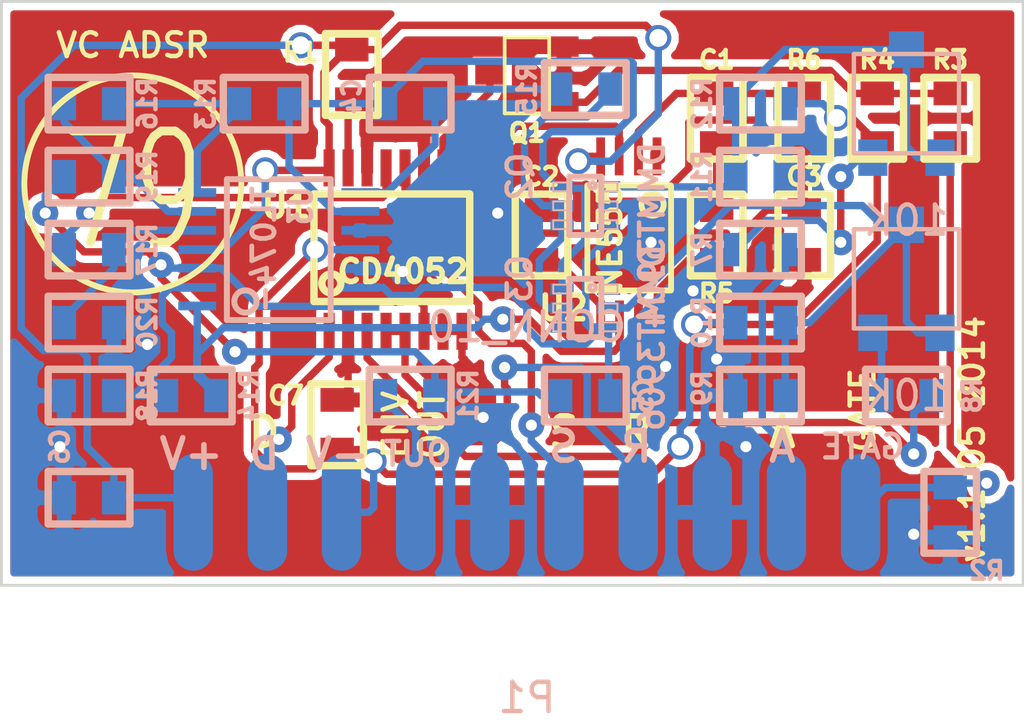
<source format=kicad_pcb>
(kicad_pcb (version 3) (host pcbnew "(2014-05-28 BZR 4896)-product")

  (general
    (links 93)
    (no_connects 5)
    (area 97.949999 74.449999 133.050001 99.379)
    (thickness 1.6)
    (drawings 23)
    (tracks 416)
    (zones 0)
    (modules 37)
    (nets 32)
  )

  (page A3)
  (layers
    (15 F.Cu signal)
    (0 B.Cu signal)
    (16 B.Adhes user)
    (17 F.Adhes user)
    (18 B.Paste user)
    (19 F.Paste user)
    (20 B.SilkS user)
    (21 F.SilkS user)
    (22 B.Mask user)
    (23 F.Mask user)
    (24 Dwgs.User user)
    (25 Cmts.User user)
    (26 Eco1.User user)
    (27 Eco2.User user)
    (28 Edge.Cuts user)
  )

  (setup
    (last_trace_width 0.254)
    (trace_clearance 0.254)
    (zone_clearance 0.254)
    (zone_45_only no)
    (trace_min 0.254)
    (segment_width 0.2)
    (edge_width 0.1)
    (via_size 0.889)
    (via_drill 0.381)
    (via_min_size 0.889)
    (via_min_drill 0.381)
    (uvia_size 0.508)
    (uvia_drill 0.127)
    (uvias_allowed no)
    (uvia_min_size 0.508)
    (uvia_min_drill 0.127)
    (pcb_text_width 0.3)
    (pcb_text_size 1.5 1.5)
    (mod_edge_width 0.15)
    (mod_text_size 1 1)
    (mod_text_width 0.15)
    (pad_size 1.5 1.5)
    (pad_drill 0.6)
    (pad_to_mask_clearance 0)
    (aux_axis_origin 0 0)
    (visible_elements 7FFEFF7F)
    (pcbplotparams
      (layerselection 284196865)
      (usegerberextensions true)
      (excludeedgelayer true)
      (linewidth 0.150000)
      (plotframeref false)
      (viasonmask false)
      (mode 1)
      (useauxorigin false)
      (hpglpennumber 1)
      (hpglpenspeed 20)
      (hpglpendiameter 15)
      (hpglpenoverlay 2)
      (psnegative false)
      (psa4output false)
      (plotreference true)
      (plotvalue false)
      (plotinvisibletext false)
      (padsonsilk false)
      (subtractmaskfromsilk true)
      (outputformat 1)
      (mirror false)
      (drillshape 0)
      (scaleselection 1)
      (outputdirectory Gerbers/))
  )

  (net 0 "")
  (net 1 +12V)
  (net 2 -12V)
  (net 3 ATTACK)
  (net 4 DECAY)
  (net 5 "ENV OUT")
  (net 6 GATE)
  (net 7 GND)
  (net 8 N-0000013)
  (net 9 N-0000014)
  (net 10 N-0000015)
  (net 11 N-0000016)
  (net 12 N-0000017)
  (net 13 N-0000020)
  (net 14 N-0000021)
  (net 15 N-0000022)
  (net 16 N-0000023)
  (net 17 N-0000025)
  (net 18 N-0000026)
  (net 19 N-0000027)
  (net 20 N-0000028)
  (net 21 N-0000029)
  (net 22 N-000003)
  (net 23 N-0000030)
  (net 24 N-000004)
  (net 25 N-000005)
  (net 26 N-000006)
  (net 27 N-000007)
  (net 28 N-000008)
  (net 29 N-000009)
  (net 30 RELEASE)
  (net 31 SUSTAIN)

  (net_class Default "This is the default net class."
    (clearance 0.254)
    (trace_width 0.254)
    (via_dia 0.889)
    (via_drill 0.381)
    (uvia_dia 0.508)
    (uvia_drill 0.127)
    (add_net GND)
    (add_net N-0000013)
    (add_net N-0000014)
    (add_net N-0000015)
    (add_net N-0000016)
    (add_net N-0000017)
    (add_net N-0000020)
    (add_net N-0000021)
    (add_net N-0000022)
    (add_net N-0000023)
    (add_net N-0000025)
    (add_net N-0000026)
    (add_net N-0000027)
    (add_net N-0000028)
    (add_net N-0000029)
    (add_net N-000003)
    (add_net N-0000030)
    (add_net N-000004)
    (add_net N-000005)
    (add_net N-000006)
    (add_net N-000007)
    (add_net N-000008)
    (add_net N-000009)
  )

  (net_class POWER ""
    (clearance 0.254)
    (trace_width 0.3556)
    (via_dia 1.143)
    (via_drill 0.6096)
    (uvia_dia 0.508)
    (uvia_drill 0.127)
    (add_net +12V)
    (add_net -12V)
  )

  (net_class SIGNAL ""
    (clearance 0.254)
    (trace_width 0.254)
    (via_dia 0.889)
    (via_drill 0.381)
    (uvia_dia 0.508)
    (uvia_drill 0.127)
    (add_net ATTACK)
    (add_net DECAY)
    (add_net "ENV OUT")
    (add_net GATE)
    (add_net RELEASE)
    (add_net SUSTAIN)
  )

  (module SM0603-JRL (layer B.Cu) (tedit 52F02B90) (tstamp 52EF284B)
    (at 118 88)
    (path /52E9E3E2)
    (attr smd)
    (fp_text reference C5 (at 2 0 90) (layer B.SilkS)
      (effects (font (size 0.6096 0.6096) (thickness 0.1524)) (justify mirror))
    )
    (fp_text value 100n** (at 0 0) (layer B.SilkS) hide
      (effects (font (size 0.508 0.4572) (thickness 0.1143)) (justify mirror))
    )
    (fp_line (start -1.4 -0.9) (end 1.4 -0.9) (layer B.SilkS) (width 0.254))
    (fp_line (start 1.4 -0.9) (end 1.4 0.9) (layer B.SilkS) (width 0.254))
    (fp_line (start 1.4 0.9) (end -1.4 0.9) (layer B.SilkS) (width 0.254))
    (fp_line (start -1.4 0.9) (end -1.4 -0.9) (layer B.SilkS) (width 0.254))
    (pad 1 smd rect (at -0.8509 0) (size 0.8128 1.143) (layers B.Cu B.Paste B.Mask)
      (net 24 N-000004))
    (pad 2 smd rect (at 0.8509 0) (size 0.8128 1.143) (layers B.Cu B.Paste B.Mask)
      (net 25 N-000005))
    (model smd\resistors\R0603.wrl
      (at (xyz 0 0 0.001))
      (scale (xyz 0.5 0.5 0.5))
      (rotate (xyz 0 0 0))
    )
  )

  (module TSSOP8-JRL (layer F.Cu) (tedit 52F02B18) (tstamp 52EC3E46)
    (at 119.5 82.5 180)
    (path /52EA6826)
    (attr smd)
    (fp_text reference U2 (at 2.25 -2.5 180) (layer F.SilkS)
      (effects (font (size 0.8128 0.8128) (thickness 0.1905)))
    )
    (fp_text value NE555 (at 0.65 -0.1 270) (layer F.SilkS)
      (effects (font (size 0.762 0.762) (thickness 0.16002)))
    )
    (fp_line (start -1.43 -1.9) (end 1.43 -1.9) (layer F.SilkS) (width 0.2))
    (fp_line (start 1.43 -1.9) (end 1.43 1.7) (layer F.SilkS) (width 0.2))
    (fp_line (start 1.43 1.7) (end -1.43 1.7) (layer F.SilkS) (width 0.2))
    (fp_line (start -1.438 1.678) (end -1.438 -1.878) (layer F.SilkS) (width 0.2))
    (fp_circle (center -0.803 1.043) (end -1.184 1.043) (layer F.SilkS) (width 0.2))
    (pad 1 smd rect (at -0.9554 2.694 180) (size 0.29972 1.30048) (layers F.Cu F.Paste F.Mask)
      (net 7 GND))
    (pad 2 smd rect (at -0.3204 2.694 180) (size 0.29972 1.30048) (layers F.Cu F.Paste F.Mask)
      (net 27 N-000007))
    (pad 3 smd rect (at 0.34 2.694 180) (size 0.29972 1.30048) (layers F.Cu F.Paste F.Mask)
      (net 17 N-0000025))
    (pad 4 smd rect (at 0.975 2.694 180) (size 0.29972 1.30048) (layers F.Cu F.Paste F.Mask)
      (net 1 +12V))
    (pad 5 smd rect (at 0.975 -2.894 180) (size 0.29972 1.30048) (layers F.Cu F.Paste F.Mask)
      (net 26 N-000006))
    (pad 6 smd rect (at 0.3273 -2.894 180) (size 0.29972 1.30048) (layers F.Cu F.Paste F.Mask)
      (net 19 N-0000027))
    (pad 7 smd rect (at -0.3204 -2.894 180) (size 0.29972 1.30048) (layers F.Cu F.Paste F.Mask))
    (pad 8 smd rect (at -0.9681 -2.894 180) (size 0.29972 1.30048) (layers F.Cu F.Paste F.Mask)
      (net 1 +12V))
    (model smd\smd_dil\tssop-14.wrl
      (at (xyz 0 0 0))
      (scale (xyz 1 1 1))
      (rotate (xyz 0 0 0))
    )
  )

  (module TSSOP16 (layer F.Cu) (tedit 52F02AEC) (tstamp 52EC3E5F)
    (at 111.5 83)
    (path /52E9DAA2)
    (attr smd)
    (fp_text reference U1 (at -3.75 -1.5) (layer F.SilkS)
      (effects (font (size 0.8128 0.8128) (thickness 0.1905)))
    )
    (fp_text value CD4052 (at 0.24892 0.7493) (layer F.SilkS)
      (effects (font (size 0.762 0.762) (thickness 0.1905)))
    )
    (fp_line (start -2.794 -1.905) (end 2.54 -1.905) (layer F.SilkS) (width 0.254))
    (fp_line (start 2.54 -1.905) (end 2.54 1.778) (layer F.SilkS) (width 0.254))
    (fp_line (start 2.54 1.778) (end -2.794 1.778) (layer F.SilkS) (width 0.254))
    (fp_line (start -2.794 1.778) (end -2.794 -1.905) (layer F.SilkS) (width 0.254))
    (fp_circle (center -2.20218 1.15824) (end -2.40538 1.41224) (layer F.SilkS) (width 0.254))
    (pad 1 smd rect (at -2.27584 2.79908) (size 0.381 1.27) (layers F.Cu F.Paste F.Mask)
      (net 4 DECAY))
    (pad 2 smd rect (at -1.6256 2.79908) (size 0.381 1.27) (layers F.Cu F.Paste F.Mask)
      (net 7 GND))
    (pad 3 smd rect (at -0.97536 2.79908) (size 0.381 1.27) (layers F.Cu F.Paste F.Mask)
      (net 23 N-0000030))
    (pad 4 smd rect (at -0.32512 2.79908) (size 0.381 1.27) (layers F.Cu F.Paste F.Mask)
      (net 30 RELEASE))
    (pad 5 smd rect (at 0.32512 2.79908) (size 0.381 1.27) (layers F.Cu F.Paste F.Mask)
      (net 30 RELEASE))
    (pad 6 smd rect (at 0.97536 2.79908) (size 0.381 1.27) (layers F.Cu F.Paste F.Mask)
      (net 7 GND))
    (pad 7 smd rect (at 1.6256 2.79908) (size 0.381 1.27) (layers F.Cu F.Paste F.Mask)
      (net 7 GND))
    (pad 8 smd rect (at 2.27584 2.79908) (size 0.381 1.27) (layers F.Cu F.Paste F.Mask)
      (net 7 GND))
    (pad 9 smd rect (at 2.27584 -2.79908) (size 0.381 1.27) (layers F.Cu F.Paste F.Mask)
      (net 17 N-0000025))
    (pad 10 smd rect (at 1.6256 -2.79908) (size 0.381 1.27) (layers F.Cu F.Paste F.Mask)
      (net 20 N-0000028))
    (pad 11 smd rect (at 0.97536 -2.79908) (size 0.381 1.27) (layers F.Cu F.Paste F.Mask)
      (net 7 GND))
    (pad 12 smd rect (at 0.32512 -2.79908) (size 0.381 1.27) (layers F.Cu F.Paste F.Mask)
      (net 31 SUSTAIN))
    (pad 13 smd rect (at -0.32512 -2.79908) (size 0.381 1.27) (layers F.Cu F.Paste F.Mask)
      (net 10 N-0000015))
    (pad 14 smd rect (at -0.97536 -2.79908) (size 0.381 1.27) (layers F.Cu F.Paste F.Mask)
      (net 7 GND))
    (pad 15 smd rect (at -1.6256 -2.79908) (size 0.381 1.27) (layers F.Cu F.Paste F.Mask)
      (net 28 N-000008))
    (pad 16 smd rect (at -2.27584 -2.79908) (size 0.381 1.27) (layers F.Cu F.Paste F.Mask)
      (net 1 +12V))
    (model smd\smd_dil\tssop-16.wrl
      (at (xyz 0 0 0))
      (scale (xyz 1 1 1))
      (rotate (xyz 0 0 0))
    )
  )

  (module TSSOP14 (layer B.Cu) (tedit 52F02B6A) (tstamp 52EC3E76)
    (at 107.5 83 90)
    (path /52E9CC88)
    (attr smd)
    (fp_text reference U3 (at 1.5 0.75 270) (layer B.SilkS)
      (effects (font (size 0.762 0.635) (thickness 0.16002)) (justify mirror))
    )
    (fp_text value TL074- (at 0 -0.508 90) (layer B.SilkS)
      (effects (font (size 0.762 0.762) (thickness 0.16002)) (justify mirror))
    )
    (fp_line (start -2.413 1.778) (end 2.413 1.778) (layer B.SilkS) (width 0.2032))
    (fp_line (start 2.413 1.778) (end 2.413 -1.778) (layer B.SilkS) (width 0.2032))
    (fp_line (start 2.413 -1.778) (end -2.413 -1.778) (layer B.SilkS) (width 0.2032))
    (fp_line (start -2.413 -1.778) (end -2.413 1.778) (layer B.SilkS) (width 0.2032))
    (fp_circle (center -1.778 -1.143) (end -2.159 -1.143) (layer B.SilkS) (width 0.2032))
    (pad 1 smd rect (at -1.9304 -2.794 90) (size 0.29972 1.30048) (layers B.Cu B.Paste B.Mask)
      (net 19 N-0000027))
    (pad 2 smd rect (at -1.2954 -2.794 90) (size 0.29972 1.30048) (layers B.Cu B.Paste B.Mask)
      (net 18 N-0000026))
    (pad 3 smd rect (at -0.635 -2.794 90) (size 0.29972 1.30048) (layers B.Cu B.Paste B.Mask)
      (net 24 N-000004))
    (pad 4 smd rect (at 0 -2.794 90) (size 0.29972 1.30048) (layers B.Cu B.Paste B.Mask)
      (net 1 +12V))
    (pad 5 smd rect (at 0.6604 -2.794 90) (size 0.29972 1.30048) (layers B.Cu B.Paste B.Mask)
      (net 11 N-0000016))
    (pad 6 smd rect (at 1.3081 -2.794 90) (size 0.29972 1.30048) (layers B.Cu B.Paste B.Mask)
      (net 12 N-0000017))
    (pad 7 smd rect (at 1.9558 -2.794 90) (size 0.29972 1.30048) (layers B.Cu B.Paste B.Mask)
      (net 9 N-0000014))
    (pad 8 smd rect (at 1.9558 2.794 90) (size 0.29972 1.30048) (layers B.Cu B.Paste B.Mask)
      (net 8 N-0000013))
    (pad 9 smd rect (at 1.3081 2.794 90) (size 0.29972 1.30048) (layers B.Cu B.Paste B.Mask)
      (net 13 N-0000020))
    (pad 10 smd rect (at 0.6604 2.794 90) (size 0.29972 1.30048) (layers B.Cu B.Paste B.Mask)
      (net 7 GND))
    (pad 11 smd rect (at 0 2.794 90) (size 0.29972 1.30048) (layers B.Cu B.Paste B.Mask)
      (net 2 -12V))
    (pad 12 smd rect (at -0.6477 2.794 90) (size 0.29972 1.30048) (layers B.Cu B.Paste B.Mask)
      (net 7 GND))
    (pad 13 smd rect (at -1.2954 2.794 90) (size 0.29972 1.30048) (layers B.Cu B.Paste B.Mask)
      (net 25 N-000005))
    (pad 14 smd rect (at -1.9431 2.794 90) (size 0.29972 1.30048) (layers B.Cu B.Paste B.Mask)
      (net 24 N-000004))
    (model smd\smd_dil\tssop-14.wrl
      (at (xyz 0 0 0))
      (scale (xyz 1 1 1))
      (rotate (xyz 0 0 0))
    )
  )

  (module SOT363-JRL (layer B.Cu) (tedit 52F02B7C) (tstamp 52EFBA56)
    (at 118 85 270)
    (descr "SMALL OUTLINE TRANSISTOR; 6 LEADS")
    (tags "SMALL OUTLINE TRANSISTOR; 6 LEADS")
    (path /52EA83F8)
    (attr smd)
    (fp_text reference Q3 (at -1 2.25 270) (layer B.SilkS)
      (effects (font (size 0.8128 0.8128) (thickness 0.1524)) (justify mirror))
    )
    (fp_text value DMMT3906 (at 1.016 -2.286 270) (layer B.SilkS)
      (effects (font (size 0.8128 0.8128) (thickness 0.1524)) (justify mirror))
    )
    (fp_line (start -0.79756 -1.09982) (end -0.49784 -1.09982) (layer B.SilkS) (width 0.06604))
    (fp_line (start -0.49784 -1.09982) (end -0.49784 -0.59944) (layer B.SilkS) (width 0.06604))
    (fp_line (start -0.79756 -0.59944) (end -0.49784 -0.59944) (layer B.SilkS) (width 0.06604))
    (fp_line (start -0.79756 -1.09982) (end -0.79756 -0.59944) (layer B.SilkS) (width 0.06604))
    (fp_line (start -0.14986 -1.09982) (end 0.14986 -1.09982) (layer B.SilkS) (width 0.06604))
    (fp_line (start 0.14986 -1.09982) (end 0.14986 -0.59944) (layer B.SilkS) (width 0.06604))
    (fp_line (start -0.14986 -0.59944) (end 0.14986 -0.59944) (layer B.SilkS) (width 0.06604))
    (fp_line (start -0.14986 -1.09982) (end -0.14986 -0.59944) (layer B.SilkS) (width 0.06604))
    (fp_line (start 0.49784 -1.09982) (end 0.79756 -1.09982) (layer B.SilkS) (width 0.06604))
    (fp_line (start 0.79756 -1.09982) (end 0.79756 -0.59944) (layer B.SilkS) (width 0.06604))
    (fp_line (start 0.49784 -0.59944) (end 0.79756 -0.59944) (layer B.SilkS) (width 0.06604))
    (fp_line (start 0.49784 -1.09982) (end 0.49784 -0.59944) (layer B.SilkS) (width 0.06604))
    (fp_line (start 0.49784 0.59944) (end 0.79756 0.59944) (layer B.SilkS) (width 0.06604))
    (fp_line (start 0.79756 0.59944) (end 0.79756 1.09982) (layer B.SilkS) (width 0.06604))
    (fp_line (start 0.49784 1.09982) (end 0.79756 1.09982) (layer B.SilkS) (width 0.06604))
    (fp_line (start 0.49784 0.59944) (end 0.49784 1.09982) (layer B.SilkS) (width 0.06604))
    (fp_line (start -0.14986 0.59944) (end 0.14986 0.59944) (layer B.SilkS) (width 0.06604))
    (fp_line (start 0.14986 0.59944) (end 0.14986 1.09982) (layer B.SilkS) (width 0.06604))
    (fp_line (start -0.14986 1.09982) (end 0.14986 1.09982) (layer B.SilkS) (width 0.06604))
    (fp_line (start -0.14986 0.59944) (end -0.14986 1.09982) (layer B.SilkS) (width 0.06604))
    (fp_line (start -0.79756 0.59944) (end -0.49784 0.59944) (layer B.SilkS) (width 0.06604))
    (fp_line (start -0.49784 0.59944) (end -0.49784 1.09982) (layer B.SilkS) (width 0.06604))
    (fp_line (start -0.79756 1.09982) (end -0.49784 1.09982) (layer B.SilkS) (width 0.06604))
    (fp_line (start -0.79756 0.59944) (end -0.79756 1.09982) (layer B.SilkS) (width 0.06604))
    (fp_line (start -0.99822 0.54864) (end 0.99822 0.54864) (layer B.SilkS) (width 0.2032))
    (fp_line (start 0.99822 0.54864) (end 0.99822 -0.54864) (layer B.SilkS) (width 0.2032))
    (fp_line (start 0.99822 -0.54864) (end -0.99822 -0.54864) (layer B.SilkS) (width 0.2032))
    (fp_line (start -0.99822 -0.54864) (end -0.99822 0.54864) (layer B.SilkS) (width 0.2032))
    (fp_circle (center -0.6985 -0.24892) (end -0.77216 -0.32258) (layer B.SilkS) (width 0.1524))
    (pad 1 smd rect (at -0.6477 -0.79756 270) (size 0.39878 0.79756) (layers B.Cu B.Paste B.Mask)
      (net 7 GND))
    (pad 2 smd rect (at 0 -0.79756 270) (size 0.39878 0.79756) (layers B.Cu B.Paste B.Mask)
      (net 14 N-0000021))
    (pad 3 smd rect (at 0.6477 -0.79756 270) (size 0.39878 0.79756) (layers B.Cu B.Paste B.Mask)
      (net 25 N-000005))
    (pad 4 smd rect (at 0.6477 0.79756 270) (size 0.39878 0.79756) (layers B.Cu B.Paste B.Mask)
      (net 21 N-0000029))
    (pad 5 smd rect (at 0 0.79756 270) (size 0.39878 0.79756) (layers B.Cu B.Paste B.Mask)
      (net 21 N-0000029))
    (pad 6 smd rect (at -0.6477 0.79756 270) (size 0.39878 0.79756) (layers B.Cu B.Paste B.Mask)
      (net 13 N-0000020))
  )

  (module SOT363-JRL (layer B.Cu) (tedit 52F02B77) (tstamp 52EFBA7E)
    (at 118 81.5 270)
    (descr "SMALL OUTLINE TRANSISTOR; 6 LEADS")
    (tags "SMALL OUTLINE TRANSISTOR; 6 LEADS")
    (path /52EA83E9)
    (attr smd)
    (fp_text reference Q2 (at -1 2.25 450) (layer B.SilkS)
      (effects (font (size 0.8128 0.8128) (thickness 0.1524)) (justify mirror))
    )
    (fp_text value DMMT3904 (at 1.016 -2.286 270) (layer B.SilkS)
      (effects (font (size 0.8128 0.8128) (thickness 0.1524)) (justify mirror))
    )
    (fp_line (start -0.79756 -1.09982) (end -0.49784 -1.09982) (layer B.SilkS) (width 0.06604))
    (fp_line (start -0.49784 -1.09982) (end -0.49784 -0.59944) (layer B.SilkS) (width 0.06604))
    (fp_line (start -0.79756 -0.59944) (end -0.49784 -0.59944) (layer B.SilkS) (width 0.06604))
    (fp_line (start -0.79756 -1.09982) (end -0.79756 -0.59944) (layer B.SilkS) (width 0.06604))
    (fp_line (start -0.14986 -1.09982) (end 0.14986 -1.09982) (layer B.SilkS) (width 0.06604))
    (fp_line (start 0.14986 -1.09982) (end 0.14986 -0.59944) (layer B.SilkS) (width 0.06604))
    (fp_line (start -0.14986 -0.59944) (end 0.14986 -0.59944) (layer B.SilkS) (width 0.06604))
    (fp_line (start -0.14986 -1.09982) (end -0.14986 -0.59944) (layer B.SilkS) (width 0.06604))
    (fp_line (start 0.49784 -1.09982) (end 0.79756 -1.09982) (layer B.SilkS) (width 0.06604))
    (fp_line (start 0.79756 -1.09982) (end 0.79756 -0.59944) (layer B.SilkS) (width 0.06604))
    (fp_line (start 0.49784 -0.59944) (end 0.79756 -0.59944) (layer B.SilkS) (width 0.06604))
    (fp_line (start 0.49784 -1.09982) (end 0.49784 -0.59944) (layer B.SilkS) (width 0.06604))
    (fp_line (start 0.49784 0.59944) (end 0.79756 0.59944) (layer B.SilkS) (width 0.06604))
    (fp_line (start 0.79756 0.59944) (end 0.79756 1.09982) (layer B.SilkS) (width 0.06604))
    (fp_line (start 0.49784 1.09982) (end 0.79756 1.09982) (layer B.SilkS) (width 0.06604))
    (fp_line (start 0.49784 0.59944) (end 0.49784 1.09982) (layer B.SilkS) (width 0.06604))
    (fp_line (start -0.14986 0.59944) (end 0.14986 0.59944) (layer B.SilkS) (width 0.06604))
    (fp_line (start 0.14986 0.59944) (end 0.14986 1.09982) (layer B.SilkS) (width 0.06604))
    (fp_line (start -0.14986 1.09982) (end 0.14986 1.09982) (layer B.SilkS) (width 0.06604))
    (fp_line (start -0.14986 0.59944) (end -0.14986 1.09982) (layer B.SilkS) (width 0.06604))
    (fp_line (start -0.79756 0.59944) (end -0.49784 0.59944) (layer B.SilkS) (width 0.06604))
    (fp_line (start -0.49784 0.59944) (end -0.49784 1.09982) (layer B.SilkS) (width 0.06604))
    (fp_line (start -0.79756 1.09982) (end -0.49784 1.09982) (layer B.SilkS) (width 0.06604))
    (fp_line (start -0.79756 0.59944) (end -0.79756 1.09982) (layer B.SilkS) (width 0.06604))
    (fp_line (start -0.99822 0.54864) (end 0.99822 0.54864) (layer B.SilkS) (width 0.2032))
    (fp_line (start 0.99822 0.54864) (end 0.99822 -0.54864) (layer B.SilkS) (width 0.2032))
    (fp_line (start 0.99822 -0.54864) (end -0.99822 -0.54864) (layer B.SilkS) (width 0.2032))
    (fp_line (start -0.99822 -0.54864) (end -0.99822 0.54864) (layer B.SilkS) (width 0.2032))
    (fp_circle (center -0.6985 -0.24892) (end -0.77216 -0.32258) (layer B.SilkS) (width 0.1524))
    (pad 1 smd rect (at -0.6477 -0.79756 270) (size 0.39878 0.79756) (layers B.Cu B.Paste B.Mask)
      (net 16 N-0000023))
    (pad 2 smd rect (at 0 -0.79756 270) (size 0.39878 0.79756) (layers B.Cu B.Paste B.Mask)
      (net 7 GND))
    (pad 3 smd rect (at 0.6477 -0.79756 270) (size 0.39878 0.79756) (layers B.Cu B.Paste B.Mask)
      (net 25 N-000005))
    (pad 4 smd rect (at 0.6477 0.79756 270) (size 0.39878 0.79756) (layers B.Cu B.Paste B.Mask)
      (net 21 N-0000029))
    (pad 5 smd rect (at 0 0.79756 270) (size 0.39878 0.79756) (layers B.Cu B.Paste B.Mask)
      (net 21 N-0000029))
    (pad 6 smd rect (at -0.6477 0.79756 270) (size 0.39878 0.79756) (layers B.Cu B.Paste B.Mask)
      (net 13 N-0000020))
  )

  (module SOT23-JRL (layer F.Cu) (tedit 52F02A8D) (tstamp 52EF2878)
    (at 116 77 90)
    (tags SOT23)
    (path /52EA6833)
    (fp_text reference Q1 (at -2 0 180) (layer F.SilkS)
      (effects (font (size 0.6096 0.6096) (thickness 0.1524)))
    )
    (fp_text value 2N3904 (at 0.0635 0 90) (layer F.SilkS) hide
      (effects (font (size 0.8128 0.8128) (thickness 0.1524)))
    )
    (fp_line (start 1.27 0.762) (end -1.3335 0.762) (layer F.SilkS) (width 0.127))
    (fp_line (start -1.3335 0.762) (end -1.3335 -0.762) (layer F.SilkS) (width 0.127))
    (fp_line (start -1.3335 -0.762) (end 1.27 -0.762) (layer F.SilkS) (width 0.127))
    (fp_line (start 1.27 -0.762) (end 1.27 0.762) (layer F.SilkS) (width 0.127))
    (pad 3 smd rect (at 0 -1.27 90) (size 0.70104 1.00076) (layers F.Cu F.Paste F.Mask)
      (net 20 N-0000028))
    (pad 1 smd rect (at 0.9525 1.27 90) (size 0.70104 1.00076) (layers F.Cu F.Paste F.Mask)
      (net 7 GND))
    (pad 2 smd rect (at -0.9525 1.27 90) (size 0.70104 1.00076) (layers F.Cu F.Paste F.Mask)
      (net 22 N-000003))
    (model smd/SOT23_6.wrl
      (at (xyz 0 0 0))
      (scale (xyz 0.11 0.11 0.11))
      (rotate (xyz 0 0 -180))
    )
  )

  (module SM0603-JRL (layer B.Cu) (tedit 52F02B8C) (tstamp 537F6F39)
    (at 124 88)
    (path /52EA8356)
    (attr smd)
    (fp_text reference R9 (at -2 -0.25 90) (layer B.SilkS)
      (effects (font (size 0.6096 0.6096) (thickness 0.1524)) (justify mirror))
    )
    (fp_text value 2.2K (at 0 0) (layer B.SilkS) hide
      (effects (font (size 0.508 0.4572) (thickness 0.1143)) (justify mirror))
    )
    (fp_line (start -1.4 -0.9) (end 1.4 -0.9) (layer B.SilkS) (width 0.254))
    (fp_line (start 1.4 -0.9) (end 1.4 0.9) (layer B.SilkS) (width 0.254))
    (fp_line (start 1.4 0.9) (end -1.4 0.9) (layer B.SilkS) (width 0.254))
    (fp_line (start -1.4 0.9) (end -1.4 -0.9) (layer B.SilkS) (width 0.254))
    (pad 1 smd rect (at -0.8509 0) (size 0.8128 1.143) (layers B.Cu B.Paste B.Mask)
      (net 7 GND))
    (pad 2 smd rect (at 0.8509 0) (size 0.8128 1.143) (layers B.Cu B.Paste B.Mask)
      (net 14 N-0000021))
    (model smd\resistors\R0603.wrl
      (at (xyz 0 0 0.001))
      (scale (xyz 0.5 0.5 0.5))
      (rotate (xyz 0 0 0))
    )
  )

  (module SM0603-JRL (layer F.Cu) (tedit 52F02A9D) (tstamp 52EF286C)
    (at 128 78.5 270)
    (path /52EA68F7)
    (attr smd)
    (fp_text reference R4 (at -2 0 360) (layer F.SilkS)
      (effects (font (size 0.6096 0.6096) (thickness 0.1524)))
    )
    (fp_text value 330K (at 0 0 270) (layer F.SilkS) hide
      (effects (font (size 0.508 0.4572) (thickness 0.1143)))
    )
    (fp_line (start -1.4 0.9) (end 1.4 0.9) (layer F.SilkS) (width 0.254))
    (fp_line (start 1.4 0.9) (end 1.4 -0.9) (layer F.SilkS) (width 0.254))
    (fp_line (start 1.4 -0.9) (end -1.4 -0.9) (layer F.SilkS) (width 0.254))
    (fp_line (start -1.4 -0.9) (end -1.4 0.9) (layer F.SilkS) (width 0.254))
    (pad 1 smd rect (at -0.8509 0 270) (size 0.8128 1.143) (layers F.Cu F.Paste F.Mask)
      (net 22 N-000003))
    (pad 2 smd rect (at 0.8509 0 270) (size 0.8128 1.143) (layers F.Cu F.Paste F.Mask)
      (net 2 -12V))
    (model smd\resistors\R0603.wrl
      (at (xyz 0 0 0.001))
      (scale (xyz 0.5 0.5 0.5))
      (rotate (xyz 0 0 0))
    )
  )

  (module SM0603-JRL (layer F.Cu) (tedit 52F02A96) (tstamp 52EC3EED)
    (at 122.5 78.5 90)
    (path /52EA6BA1)
    (attr smd)
    (fp_text reference C1 (at 2 0 180) (layer F.SilkS)
      (effects (font (size 0.6096 0.6096) (thickness 0.1524)))
    )
    (fp_text value 100n (at 0 0 90) (layer F.SilkS) hide
      (effects (font (size 0.508 0.4572) (thickness 0.1143)))
    )
    (fp_line (start -1.4 0.9) (end 1.4 0.9) (layer F.SilkS) (width 0.254))
    (fp_line (start 1.4 0.9) (end 1.4 -0.9) (layer F.SilkS) (width 0.254))
    (fp_line (start 1.4 -0.9) (end -1.4 -0.9) (layer F.SilkS) (width 0.254))
    (fp_line (start -1.4 -0.9) (end -1.4 0.9) (layer F.SilkS) (width 0.254))
    (pad 1 smd rect (at -0.8509 0 90) (size 0.8128 1.143) (layers F.Cu F.Paste F.Mask)
      (net 20 N-0000028))
    (pad 2 smd rect (at 0.8509 0 90) (size 0.8128 1.143) (layers F.Cu F.Paste F.Mask)
      (net 27 N-000007))
    (model smd\resistors\R0603.wrl
      (at (xyz 0 0 0.001))
      (scale (xyz 0.5 0.5 0.5))
      (rotate (xyz 0 0 0))
    )
  )

  (module SM0603-JRL (layer F.Cu) (tedit 52F02A99) (tstamp 52EC3EF7)
    (at 125.5 78.5 90)
    (path /52EA6BBB)
    (attr smd)
    (fp_text reference R6 (at 2 0 180) (layer F.SilkS)
      (effects (font (size 0.6096 0.6096) (thickness 0.1524)))
    )
    (fp_text value 10K (at 0 0 90) (layer F.SilkS) hide
      (effects (font (size 0.508 0.4572) (thickness 0.1143)))
    )
    (fp_line (start -1.4 0.9) (end 1.4 0.9) (layer F.SilkS) (width 0.254))
    (fp_line (start 1.4 0.9) (end 1.4 -0.9) (layer F.SilkS) (width 0.254))
    (fp_line (start 1.4 -0.9) (end -1.4 -0.9) (layer F.SilkS) (width 0.254))
    (fp_line (start -1.4 -0.9) (end -1.4 0.9) (layer F.SilkS) (width 0.254))
    (pad 1 smd rect (at -0.8509 0 90) (size 0.8128 1.143) (layers F.Cu F.Paste F.Mask)
      (net 1 +12V))
    (pad 2 smd rect (at 0.8509 0 90) (size 0.8128 1.143) (layers F.Cu F.Paste F.Mask)
      (net 27 N-000007))
    (model smd\resistors\R0603.wrl
      (at (xyz 0 0 0.001))
      (scale (xyz 0.5 0.5 0.5))
      (rotate (xyz 0 0 0))
    )
  )

  (module SM0603-JRL (layer F.Cu) (tedit 52F02AB3) (tstamp 52EC3F01)
    (at 116.5 82.5 90)
    (path /52EA7373)
    (attr smd)
    (fp_text reference C2 (at 2 0 180) (layer F.SilkS)
      (effects (font (size 0.6096 0.6096) (thickness 0.1524)))
    )
    (fp_text value 0.01μ (at 0 0 90) (layer F.SilkS) hide
      (effects (font (size 0.508 0.4572) (thickness 0.1143)))
    )
    (fp_line (start -1.4 0.9) (end 1.4 0.9) (layer F.SilkS) (width 0.254))
    (fp_line (start 1.4 0.9) (end 1.4 -0.9) (layer F.SilkS) (width 0.254))
    (fp_line (start 1.4 -0.9) (end -1.4 -0.9) (layer F.SilkS) (width 0.254))
    (fp_line (start -1.4 -0.9) (end -1.4 0.9) (layer F.SilkS) (width 0.254))
    (pad 1 smd rect (at -0.8509 0 90) (size 0.8128 1.143) (layers F.Cu F.Paste F.Mask)
      (net 26 N-000006))
    (pad 2 smd rect (at 0.8509 0 90) (size 0.8128 1.143) (layers F.Cu F.Paste F.Mask)
      (net 7 GND))
    (model smd\resistors\R0603.wrl
      (at (xyz 0 0 0.001))
      (scale (xyz 0.5 0.5 0.5))
      (rotate (xyz 0 0 0))
    )
  )

  (module SM0603-JRL (layer B.Cu) (tedit 52F02B5A) (tstamp 52EC3F0B)
    (at 104.5 88 180)
    (path /52EA7939)
    (attr smd)
    (fp_text reference R14 (at -2 0 270) (layer B.SilkS)
      (effects (font (size 0.6096 0.6096) (thickness 0.1524)) (justify mirror))
    )
    (fp_text value 56K** (at 0 0 180) (layer B.SilkS) hide
      (effects (font (size 0.508 0.4572) (thickness 0.1143)) (justify mirror))
    )
    (fp_line (start -1.4 -0.9) (end 1.4 -0.9) (layer B.SilkS) (width 0.254))
    (fp_line (start 1.4 -0.9) (end 1.4 0.9) (layer B.SilkS) (width 0.254))
    (fp_line (start 1.4 0.9) (end -1.4 0.9) (layer B.SilkS) (width 0.254))
    (fp_line (start -1.4 0.9) (end -1.4 -0.9) (layer B.SilkS) (width 0.254))
    (pad 1 smd rect (at -0.8509 0 180) (size 0.8128 1.143) (layers B.Cu B.Paste B.Mask)
      (net 19 N-0000027))
    (pad 2 smd rect (at 0.8509 0 180) (size 0.8128 1.143) (layers B.Cu B.Paste B.Mask)
      (net 18 N-0000026))
    (model smd\resistors\R0603.wrl
      (at (xyz 0 0 0.001))
      (scale (xyz 0.5 0.5 0.5))
      (rotate (xyz 0 0 0))
    )
  )

  (module SM0603-JRL (layer B.Cu) (tedit 52F02B54) (tstamp 52EC3F15)
    (at 101 88 180)
    (path /52EA793F)
    (attr smd)
    (fp_text reference R18 (at -2 0 270) (layer B.SilkS)
      (effects (font (size 0.6096 0.6096) (thickness 0.1524)) (justify mirror))
    )
    (fp_text value 91K (at 0 0 180) (layer B.SilkS) hide
      (effects (font (size 0.508 0.4572) (thickness 0.1143)) (justify mirror))
    )
    (fp_line (start -1.4 -0.9) (end 1.4 -0.9) (layer B.SilkS) (width 0.254))
    (fp_line (start 1.4 -0.9) (end 1.4 0.9) (layer B.SilkS) (width 0.254))
    (fp_line (start 1.4 0.9) (end -1.4 0.9) (layer B.SilkS) (width 0.254))
    (fp_line (start -1.4 0.9) (end -1.4 -0.9) (layer B.SilkS) (width 0.254))
    (pad 1 smd rect (at -0.8509 0 180) (size 0.8128 1.143) (layers B.Cu B.Paste B.Mask)
      (net 18 N-0000026))
    (pad 2 smd rect (at 0.8509 0 180) (size 0.8128 1.143) (layers B.Cu B.Paste B.Mask)
      (net 7 GND))
    (model smd\resistors\R0603.wrl
      (at (xyz 0 0 0.001))
      (scale (xyz 0.5 0.5 0.5))
      (rotate (xyz 0 0 0))
    )
  )

  (module SM0603-JRL (layer F.Cu) (tedit 52F02ABA) (tstamp 52EC3F1F)
    (at 125.5 82.5 270)
    (path /52EC40BB)
    (attr smd)
    (fp_text reference C3 (at -2 0 360) (layer F.SilkS)
      (effects (font (size 0.6096 0.6096) (thickness 0.1524)))
    )
    (fp_text value 100n (at 0 0 270) (layer F.SilkS) hide
      (effects (font (size 0.508 0.4572) (thickness 0.1143)))
    )
    (fp_line (start -1.4 0.9) (end 1.4 0.9) (layer F.SilkS) (width 0.254))
    (fp_line (start 1.4 0.9) (end 1.4 -0.9) (layer F.SilkS) (width 0.254))
    (fp_line (start 1.4 -0.9) (end -1.4 -0.9) (layer F.SilkS) (width 0.254))
    (fp_line (start -1.4 -0.9) (end -1.4 0.9) (layer F.SilkS) (width 0.254))
    (pad 1 smd rect (at -0.8509 0 270) (size 0.8128 1.143) (layers F.Cu F.Paste F.Mask)
      (net 1 +12V))
    (pad 2 smd rect (at 0.8509 0 270) (size 0.8128 1.143) (layers F.Cu F.Paste F.Mask)
      (net 7 GND))
    (model smd\resistors\R0603.wrl
      (at (xyz 0 0 0.001))
      (scale (xyz 0.5 0.5 0.5))
      (rotate (xyz 0 0 0))
    )
  )

  (module SM0603-JRL (layer B.Cu) (tedit 52F02B81) (tstamp 52EF2814)
    (at 124 85.5)
    (path /52EA835C)
    (attr smd)
    (fp_text reference R10 (at -2 0 90) (layer B.SilkS)
      (effects (font (size 0.6096 0.6096) (thickness 0.1524)) (justify mirror))
    )
    (fp_text value 270K (at 0 0) (layer B.SilkS) hide
      (effects (font (size 0.508 0.4572) (thickness 0.1143)) (justify mirror))
    )
    (fp_line (start -1.4 -0.9) (end 1.4 -0.9) (layer B.SilkS) (width 0.254))
    (fp_line (start 1.4 -0.9) (end 1.4 0.9) (layer B.SilkS) (width 0.254))
    (fp_line (start 1.4 0.9) (end -1.4 0.9) (layer B.SilkS) (width 0.254))
    (fp_line (start -1.4 0.9) (end -1.4 -0.9) (layer B.SilkS) (width 0.254))
    (pad 1 smd rect (at -0.8509 0) (size 0.8128 1.143) (layers B.Cu B.Paste B.Mask)
      (net 2 -12V))
    (pad 2 smd rect (at 0.8509 0) (size 0.8128 1.143) (layers B.Cu B.Paste B.Mask)
      (net 14 N-0000021))
    (model smd\resistors\R0603.wrl
      (at (xyz 0 0 0.001))
      (scale (xyz 0.5 0.5 0.5))
      (rotate (xyz 0 0 0))
    )
  )

  (module SM0603-JRL (layer B.Cu) (tedit 52F02B32) (tstamp 52EC3F33)
    (at 124 83 180)
    (path /52EA8929)
    (attr smd)
    (fp_text reference R7 (at 2 0 270) (layer B.SilkS)
      (effects (font (size 0.6096 0.6096) (thickness 0.1524)) (justify mirror))
    )
    (fp_text value 39K* (at 0 0 180) (layer B.SilkS) hide
      (effects (font (size 0.508 0.4572) (thickness 0.1143)) (justify mirror))
    )
    (fp_line (start -1.4 -0.9) (end 1.4 -0.9) (layer B.SilkS) (width 0.254))
    (fp_line (start 1.4 -0.9) (end 1.4 0.9) (layer B.SilkS) (width 0.254))
    (fp_line (start 1.4 0.9) (end -1.4 0.9) (layer B.SilkS) (width 0.254))
    (fp_line (start -1.4 0.9) (end -1.4 -0.9) (layer B.SilkS) (width 0.254))
    (pad 1 smd rect (at -0.8509 0 180) (size 0.8128 1.143) (layers B.Cu B.Paste B.Mask)
      (net 3 ATTACK))
    (pad 2 smd rect (at 0.8509 0 180) (size 0.8128 1.143) (layers B.Cu B.Paste B.Mask)
      (net 29 N-000009))
    (model smd\resistors\R0603.wrl
      (at (xyz 0 0 0.001))
      (scale (xyz 0.5 0.5 0.5))
      (rotate (xyz 0 0 0))
    )
  )

  (module SM0603-JRL (layer B.Cu) (tedit 52F02B2F) (tstamp 52EF282A)
    (at 124 80.5 180)
    (path /52EA893B)
    (attr smd)
    (fp_text reference R11 (at 2 0 270) (layer B.SilkS)
      (effects (font (size 0.6096 0.6096) (thickness 0.1524)) (justify mirror))
    )
    (fp_text value 2.2K (at 0 0 180) (layer B.SilkS) hide
      (effects (font (size 0.508 0.4572) (thickness 0.1143)) (justify mirror))
    )
    (fp_line (start -1.4 -0.9) (end 1.4 -0.9) (layer B.SilkS) (width 0.254))
    (fp_line (start 1.4 -0.9) (end 1.4 0.9) (layer B.SilkS) (width 0.254))
    (fp_line (start 1.4 0.9) (end -1.4 0.9) (layer B.SilkS) (width 0.254))
    (fp_line (start -1.4 0.9) (end -1.4 -0.9) (layer B.SilkS) (width 0.254))
    (pad 1 smd rect (at -0.8509 0 180) (size 0.8128 1.143) (layers B.Cu B.Paste B.Mask)
      (net 7 GND))
    (pad 2 smd rect (at 0.8509 0 180) (size 0.8128 1.143) (layers B.Cu B.Paste B.Mask)
      (net 16 N-0000023))
    (model smd\resistors\R0603.wrl
      (at (xyz 0 0 0.001))
      (scale (xyz 0.5 0.5 0.5))
      (rotate (xyz 0 0 0))
    )
  )

  (module SM0603-JRL (layer B.Cu) (tedit 52F02B2D) (tstamp 52EF281F)
    (at 124 78 180)
    (path /52EA8941)
    (attr smd)
    (fp_text reference R12 (at 2 0 270) (layer B.SilkS)
      (effects (font (size 0.6096 0.6096) (thickness 0.1524)) (justify mirror))
    )
    (fp_text value 270K (at 0 0 180) (layer B.SilkS) hide
      (effects (font (size 0.508 0.4572) (thickness 0.1143)) (justify mirror))
    )
    (fp_line (start -1.4 -0.9) (end 1.4 -0.9) (layer B.SilkS) (width 0.254))
    (fp_line (start 1.4 -0.9) (end 1.4 0.9) (layer B.SilkS) (width 0.254))
    (fp_line (start 1.4 0.9) (end -1.4 0.9) (layer B.SilkS) (width 0.254))
    (fp_line (start -1.4 0.9) (end -1.4 -0.9) (layer B.SilkS) (width 0.254))
    (pad 1 smd rect (at -0.8509 0 180) (size 0.8128 1.143) (layers B.Cu B.Paste B.Mask)
      (net 2 -12V))
    (pad 2 smd rect (at 0.8509 0 180) (size 0.8128 1.143) (layers B.Cu B.Paste B.Mask)
      (net 16 N-0000023))
    (model smd\resistors\R0603.wrl
      (at (xyz 0 0 0.001))
      (scale (xyz 0.5 0.5 0.5))
      (rotate (xyz 0 0 0))
    )
  )

  (module SM0603-JRL (layer B.Cu) (tedit 52F02AC4) (tstamp 537F6EB4)
    (at 130.5 92 270)
    (path /52EA68F1)
    (attr smd)
    (fp_text reference R2 (at 2 -1.25 540) (layer B.SilkS)
      (effects (font (size 0.6096 0.6096) (thickness 0.1524)) (justify mirror))
    )
    (fp_text value 100K (at 0 0 270) (layer B.SilkS) hide
      (effects (font (size 0.508 0.4572) (thickness 0.1143)) (justify mirror))
    )
    (fp_line (start -1.4 -0.9) (end 1.4 -0.9) (layer B.SilkS) (width 0.254))
    (fp_line (start 1.4 -0.9) (end 1.4 0.9) (layer B.SilkS) (width 0.254))
    (fp_line (start 1.4 0.9) (end -1.4 0.9) (layer B.SilkS) (width 0.254))
    (fp_line (start -1.4 0.9) (end -1.4 -0.9) (layer B.SilkS) (width 0.254))
    (pad 1 smd rect (at -0.8509 0 270) (size 0.8128 1.143) (layers B.Cu B.Paste B.Mask)
      (net 6 GATE))
    (pad 2 smd rect (at 0.8509 0 270) (size 0.8128 1.143) (layers B.Cu B.Paste B.Mask)
      (net 7 GND))
    (model smd\resistors\R0603.wrl
      (at (xyz 0 0 0.001))
      (scale (xyz 0.5 0.5 0.5))
      (rotate (xyz 0 0 0))
    )
  )

  (module SM0603-JRL (layer F.Cu) (tedit 52F02AA1) (tstamp 52EC3F5B)
    (at 130.5 78.5 270)
    (path /52EA6853)
    (attr smd)
    (fp_text reference R3 (at -2 0 360) (layer F.SilkS)
      (effects (font (size 0.6096 0.6096) (thickness 0.1524)))
    )
    (fp_text value 33K (at 0 0 270) (layer F.SilkS) hide
      (effects (font (size 0.508 0.4572) (thickness 0.1143)))
    )
    (fp_line (start -1.4 0.9) (end 1.4 0.9) (layer F.SilkS) (width 0.254))
    (fp_line (start 1.4 0.9) (end 1.4 -0.9) (layer F.SilkS) (width 0.254))
    (fp_line (start 1.4 -0.9) (end -1.4 -0.9) (layer F.SilkS) (width 0.254))
    (fp_line (start -1.4 -0.9) (end -1.4 0.9) (layer F.SilkS) (width 0.254))
    (pad 1 smd rect (at -0.8509 0 270) (size 0.8128 1.143) (layers F.Cu F.Paste F.Mask)
      (net 22 N-000003))
    (pad 2 smd rect (at 0.8509 0 270) (size 0.8128 1.143) (layers F.Cu F.Paste F.Mask)
      (net 6 GATE))
    (model smd\resistors\R0603.wrl
      (at (xyz 0 0 0.001))
      (scale (xyz 0.5 0.5 0.5))
      (rotate (xyz 0 0 0))
    )
  )

  (module SM0603-JRL (layer F.Cu) (tedit 52F02ABC) (tstamp 52EC3F65)
    (at 122.5 82.5 270)
    (path /52EA6840)
    (attr smd)
    (fp_text reference R5 (at 2 0 360) (layer F.SilkS)
      (effects (font (size 0.6096 0.6096) (thickness 0.1524)))
    )
    (fp_text value 22K (at 0 0 270) (layer F.SilkS) hide
      (effects (font (size 0.508 0.4572) (thickness 0.1143)))
    )
    (fp_line (start -1.4 0.9) (end 1.4 0.9) (layer F.SilkS) (width 0.254))
    (fp_line (start 1.4 0.9) (end 1.4 -0.9) (layer F.SilkS) (width 0.254))
    (fp_line (start 1.4 -0.9) (end -1.4 -0.9) (layer F.SilkS) (width 0.254))
    (fp_line (start -1.4 -0.9) (end -1.4 0.9) (layer F.SilkS) (width 0.254))
    (pad 1 smd rect (at -0.8509 0 270) (size 0.8128 1.143) (layers F.Cu F.Paste F.Mask)
      (net 20 N-0000028))
    (pad 2 smd rect (at 0.8509 0 270) (size 0.8128 1.143) (layers F.Cu F.Paste F.Mask)
      (net 1 +12V))
    (model smd\resistors\R0603.wrl
      (at (xyz 0 0 0.001))
      (scale (xyz 0.5 0.5 0.5))
      (rotate (xyz 0 0 0))
    )
  )

  (module SM0603-JRL (layer B.Cu) (tedit 52F02B5C) (tstamp 52EFBA9F)
    (at 112 88 180)
    (path /52E9E466)
    (attr smd)
    (fp_text reference R21 (at -2 0 270) (layer B.SilkS)
      (effects (font (size 0.6096 0.6096) (thickness 0.1524)) (justify mirror))
    )
    (fp_text value 1K (at 0 0 180) (layer B.SilkS) hide
      (effects (font (size 0.508 0.4572) (thickness 0.1143)) (justify mirror))
    )
    (fp_line (start -1.4 -0.9) (end 1.4 -0.9) (layer B.SilkS) (width 0.254))
    (fp_line (start 1.4 -0.9) (end 1.4 0.9) (layer B.SilkS) (width 0.254))
    (fp_line (start 1.4 0.9) (end -1.4 0.9) (layer B.SilkS) (width 0.254))
    (fp_line (start -1.4 0.9) (end -1.4 -0.9) (layer B.SilkS) (width 0.254))
    (pad 1 smd rect (at -0.8509 0 180) (size 0.8128 1.143) (layers B.Cu B.Paste B.Mask)
      (net 24 N-000004))
    (pad 2 smd rect (at 0.8509 0 180) (size 0.8128 1.143) (layers B.Cu B.Paste B.Mask)
      (net 5 "ENV OUT"))
    (model smd\resistors\R0603.wrl
      (at (xyz 0 0 0.001))
      (scale (xyz 0.5 0.5 0.5))
      (rotate (xyz 0 0 0))
    )
  )

  (module SM0603-JRL (layer B.Cu) (tedit 52F02B35) (tstamp 52EF2856)
    (at 118 77.5)
    (path /52E9DF52)
    (attr smd)
    (fp_text reference R15 (at -2 0 90) (layer B.SilkS)
      (effects (font (size 0.6096 0.6096) (thickness 0.1524)) (justify mirror))
    )
    (fp_text value 2.2K (at 0 0) (layer B.SilkS) hide
      (effects (font (size 0.508 0.4572) (thickness 0.1143)) (justify mirror))
    )
    (fp_line (start -1.4 -0.9) (end 1.4 -0.9) (layer B.SilkS) (width 0.254))
    (fp_line (start 1.4 -0.9) (end 1.4 0.9) (layer B.SilkS) (width 0.254))
    (fp_line (start 1.4 0.9) (end -1.4 0.9) (layer B.SilkS) (width 0.254))
    (fp_line (start -1.4 0.9) (end -1.4 -0.9) (layer B.SilkS) (width 0.254))
    (pad 1 smd rect (at -0.8509 0) (size 0.8128 1.143) (layers B.Cu B.Paste B.Mask)
      (net 8 N-0000013))
    (pad 2 smd rect (at 0.8509 0) (size 0.8128 1.143) (layers B.Cu B.Paste B.Mask)
      (net 21 N-0000029))
    (model smd\resistors\R0603.wrl
      (at (xyz 0 0 0.001))
      (scale (xyz 0.5 0.5 0.5))
      (rotate (xyz 0 0 0))
    )
  )

  (module SM0603-JRL (layer B.Cu) (tedit 52F02B49) (tstamp 52EFBAAA)
    (at 101 78 180)
    (path /52E9DEFE)
    (attr smd)
    (fp_text reference R16 (at -2 0 270) (layer B.SilkS)
      (effects (font (size 0.6096 0.6096) (thickness 0.1524)) (justify mirror))
    )
    (fp_text value 47K (at 0 0 180) (layer B.SilkS) hide
      (effects (font (size 0.508 0.4572) (thickness 0.1143)) (justify mirror))
    )
    (fp_line (start -1.4 -0.9) (end 1.4 -0.9) (layer B.SilkS) (width 0.254))
    (fp_line (start 1.4 -0.9) (end 1.4 0.9) (layer B.SilkS) (width 0.254))
    (fp_line (start 1.4 0.9) (end -1.4 0.9) (layer B.SilkS) (width 0.254))
    (fp_line (start -1.4 0.9) (end -1.4 -0.9) (layer B.SilkS) (width 0.254))
    (pad 1 smd rect (at -0.8509 0 180) (size 0.8128 1.143) (layers B.Cu B.Paste B.Mask)
      (net 9 N-0000014))
    (pad 2 smd rect (at 0.8509 0 180) (size 0.8128 1.143) (layers B.Cu B.Paste B.Mask)
      (net 12 N-0000017))
    (model smd\resistors\R0603.wrl
      (at (xyz 0 0 0.001))
      (scale (xyz 0.5 0.5 0.5))
      (rotate (xyz 0 0 0))
    )
  )

  (module SM0603-JRL (layer B.Cu) (tedit 52F02B50) (tstamp 52EC3F97)
    (at 101 83)
    (path /52E9DD44)
    (attr smd)
    (fp_text reference R17 (at 2 0 90) (layer B.SilkS)
      (effects (font (size 0.6096 0.6096) (thickness 0.1524)) (justify mirror))
    )
    (fp_text value 47K (at 0 0) (layer B.SilkS) hide
      (effects (font (size 0.508 0.4572) (thickness 0.1143)) (justify mirror))
    )
    (fp_line (start -1.4 -0.9) (end 1.4 -0.9) (layer B.SilkS) (width 0.254))
    (fp_line (start 1.4 -0.9) (end 1.4 0.9) (layer B.SilkS) (width 0.254))
    (fp_line (start 1.4 0.9) (end -1.4 0.9) (layer B.SilkS) (width 0.254))
    (fp_line (start -1.4 0.9) (end -1.4 -0.9) (layer B.SilkS) (width 0.254))
    (pad 1 smd rect (at -0.8509 0) (size 0.8128 1.143) (layers B.Cu B.Paste B.Mask)
      (net 10 N-0000015))
    (pad 2 smd rect (at 0.8509 0) (size 0.8128 1.143) (layers B.Cu B.Paste B.Mask)
      (net 11 N-0000016))
    (model smd\resistors\R0603.wrl
      (at (xyz 0 0 0.001))
      (scale (xyz 0.5 0.5 0.5))
      (rotate (xyz 0 0 0))
    )
  )

  (module SM0603-JRL (layer B.Cu) (tedit 52F02B57) (tstamp 52EC3FA1)
    (at 101 85.5)
    (path /52E9DD3E)
    (attr smd)
    (fp_text reference R20 (at 2 0 90) (layer B.SilkS)
      (effects (font (size 0.6096 0.6096) (thickness 0.1524)) (justify mirror))
    )
    (fp_text value 47K (at 0 0) (layer B.SilkS) hide
      (effects (font (size 0.508 0.4572) (thickness 0.1143)) (justify mirror))
    )
    (fp_line (start -1.4 -0.9) (end 1.4 -0.9) (layer B.SilkS) (width 0.254))
    (fp_line (start 1.4 -0.9) (end 1.4 0.9) (layer B.SilkS) (width 0.254))
    (fp_line (start 1.4 0.9) (end -1.4 0.9) (layer B.SilkS) (width 0.254))
    (fp_line (start -1.4 0.9) (end -1.4 -0.9) (layer B.SilkS) (width 0.254))
    (pad 1 smd rect (at -0.8509 0) (size 0.8128 1.143) (layers B.Cu B.Paste B.Mask)
      (net 11 N-0000016))
    (pad 2 smd rect (at 0.8509 0) (size 0.8128 1.143) (layers B.Cu B.Paste B.Mask)
      (net 7 GND))
    (model smd\resistors\R0603.wrl
      (at (xyz 0 0 0.001))
      (scale (xyz 0.5 0.5 0.5))
      (rotate (xyz 0 0 0))
    )
  )

  (module SM0603-JRL (layer B.Cu) (tedit 52F02B4B) (tstamp 52EC3FAB)
    (at 101 80.5 180)
    (path /52E9DD38)
    (attr smd)
    (fp_text reference R19 (at -2 0 270) (layer B.SilkS)
      (effects (font (size 0.6096 0.6096) (thickness 0.1524)) (justify mirror))
    )
    (fp_text value 47K (at 0 0 180) (layer B.SilkS) hide
      (effects (font (size 0.508 0.4572) (thickness 0.1143)) (justify mirror))
    )
    (fp_line (start -1.4 -0.9) (end 1.4 -0.9) (layer B.SilkS) (width 0.254))
    (fp_line (start 1.4 -0.9) (end 1.4 0.9) (layer B.SilkS) (width 0.254))
    (fp_line (start 1.4 0.9) (end -1.4 0.9) (layer B.SilkS) (width 0.254))
    (fp_line (start -1.4 0.9) (end -1.4 -0.9) (layer B.SilkS) (width 0.254))
    (pad 1 smd rect (at -0.8509 0 180) (size 0.8128 1.143) (layers B.Cu B.Paste B.Mask)
      (net 12 N-0000017))
    (pad 2 smd rect (at 0.8509 0 180) (size 0.8128 1.143) (layers B.Cu B.Paste B.Mask)
      (net 24 N-000004))
    (model smd\resistors\R0603.wrl
      (at (xyz 0 0 0.001))
      (scale (xyz 0.5 0.5 0.5))
      (rotate (xyz 0 0 0))
    )
  )

  (module SM0603-JRL (layer B.Cu) (tedit 52F02B40) (tstamp 53822C1A)
    (at 107 78 180)
    (path /52E9DCF4)
    (attr smd)
    (fp_text reference R13 (at 2 0 450) (layer B.SilkS)
      (effects (font (size 0.6096 0.6096) (thickness 0.1524)) (justify mirror))
    )
    (fp_text value 150K (at 0 0 180) (layer B.SilkS) hide
      (effects (font (size 0.508 0.4572) (thickness 0.1143)) (justify mirror))
    )
    (fp_line (start -1.4 -0.9) (end 1.4 -0.9) (layer B.SilkS) (width 0.254))
    (fp_line (start 1.4 -0.9) (end 1.4 0.9) (layer B.SilkS) (width 0.254))
    (fp_line (start 1.4 0.9) (end -1.4 0.9) (layer B.SilkS) (width 0.254))
    (fp_line (start -1.4 0.9) (end -1.4 -0.9) (layer B.SilkS) (width 0.254))
    (pad 1 smd rect (at -0.8509 0 180) (size 0.8128 1.143) (layers B.Cu B.Paste B.Mask)
      (net 13 N-0000020))
    (pad 2 smd rect (at 0.8509 0 180) (size 0.8128 1.143) (layers B.Cu B.Paste B.Mask)
      (net 9 N-0000014))
    (model smd\resistors\R0603.wrl
      (at (xyz 0 0 0.001))
      (scale (xyz 0.5 0.5 0.5))
      (rotate (xyz 0 0 0))
    )
  )

  (module SM0603-JRL (layer B.Cu) (tedit 52F02B84) (tstamp 537F6F2E)
    (at 129 88 180)
    (path /52E9DCCB)
    (attr smd)
    (fp_text reference R8 (at -2.25 0 270) (layer B.SilkS)
      (effects (font (size 0.6096 0.6096) (thickness 0.1524)) (justify mirror))
    )
    (fp_text value 39K* (at 0 0 180) (layer B.SilkS) hide
      (effects (font (size 0.508 0.4572) (thickness 0.1143)) (justify mirror))
    )
    (fp_line (start -1.4 -0.9) (end 1.4 -0.9) (layer B.SilkS) (width 0.254))
    (fp_line (start 1.4 -0.9) (end 1.4 0.9) (layer B.SilkS) (width 0.254))
    (fp_line (start 1.4 0.9) (end -1.4 0.9) (layer B.SilkS) (width 0.254))
    (fp_line (start -1.4 0.9) (end -1.4 -0.9) (layer B.SilkS) (width 0.254))
    (pad 1 smd rect (at -0.8509 0 180) (size 0.8128 1.143) (layers B.Cu B.Paste B.Mask)
      (net 23 N-0000030))
    (pad 2 smd rect (at 0.8509 0 180) (size 0.8128 1.143) (layers B.Cu B.Paste B.Mask)
      (net 15 N-0000022))
    (model smd\resistors\R0603.wrl
      (at (xyz 0 0 0.001))
      (scale (xyz 0.5 0.5 0.5))
      (rotate (xyz 0 0 0))
    )
  )

  (module SM0603-JRL (layer F.Cu) (tedit 52F02A71) (tstamp 52EC3FC9)
    (at 110 77 270)
    (path /52E9DB05)
    (attr smd)
    (fp_text reference R1 (at -0.75 1.75 360) (layer F.SilkS)
      (effects (font (size 0.6096 0.6096) (thickness 0.1524)))
    )
    (fp_text value 120K (at 0 0 270) (layer F.SilkS) hide
      (effects (font (size 0.508 0.4572) (thickness 0.1143)))
    )
    (fp_line (start -1.4 0.9) (end 1.4 0.9) (layer F.SilkS) (width 0.254))
    (fp_line (start 1.4 0.9) (end 1.4 -0.9) (layer F.SilkS) (width 0.254))
    (fp_line (start 1.4 -0.9) (end -1.4 -0.9) (layer F.SilkS) (width 0.254))
    (fp_line (start -1.4 -0.9) (end -1.4 0.9) (layer F.SilkS) (width 0.254))
    (pad 1 smd rect (at -0.8509 0 270) (size 0.8128 1.143) (layers F.Cu F.Paste F.Mask)
      (net 1 +12V))
    (pad 2 smd rect (at 0.8509 0 270) (size 0.8128 1.143) (layers F.Cu F.Paste F.Mask)
      (net 28 N-000008))
    (model smd\resistors\R0603.wrl
      (at (xyz 0 0 0.001))
      (scale (xyz 0.5 0.5 0.5))
      (rotate (xyz 0 0 0))
    )
  )

  (module SM0603-JRL (layer B.Cu) (tedit 52F02B39) (tstamp 52EF2861)
    (at 112 78 180)
    (path /52E9D05C)
    (attr smd)
    (fp_text reference C4 (at 2 0.25 270) (layer B.SilkS)
      (effects (font (size 0.6096 0.6096) (thickness 0.1524)) (justify mirror))
    )
    (fp_text value 100p (at 0 0 180) (layer B.SilkS) hide
      (effects (font (size 0.508 0.4572) (thickness 0.1143)) (justify mirror))
    )
    (fp_line (start -1.4 -0.9) (end 1.4 -0.9) (layer B.SilkS) (width 0.254))
    (fp_line (start 1.4 -0.9) (end 1.4 0.9) (layer B.SilkS) (width 0.254))
    (fp_line (start 1.4 0.9) (end -1.4 0.9) (layer B.SilkS) (width 0.254))
    (fp_line (start -1.4 0.9) (end -1.4 -0.9) (layer B.SilkS) (width 0.254))
    (pad 1 smd rect (at -0.8509 0 180) (size 0.8128 1.143) (layers B.Cu B.Paste B.Mask)
      (net 8 N-0000013))
    (pad 2 smd rect (at 0.8509 0 180) (size 0.8128 1.143) (layers B.Cu B.Paste B.Mask)
      (net 13 N-0000020))
    (model smd\resistors\R0603.wrl
      (at (xyz 0 0 0.001))
      (scale (xyz 0.5 0.5 0.5))
      (rotate (xyz 0 0 0))
    )
  )

  (module SM0603-JRL (layer B.Cu) (tedit 52F02C78) (tstamp 52EC5EA9)
    (at 101 91.5 180)
    (path /52EC5EB6)
    (attr smd)
    (fp_text reference C6 (at 1 1.75 450) (layer B.SilkS)
      (effects (font (size 0.6096 0.6096) (thickness 0.1524)) (justify mirror))
    )
    (fp_text value 100n (at 0 0 180) (layer B.SilkS) hide
      (effects (font (size 0.508 0.4572) (thickness 0.1143)) (justify mirror))
    )
    (fp_line (start -1.4 -0.9) (end 1.4 -0.9) (layer B.SilkS) (width 0.254))
    (fp_line (start 1.4 -0.9) (end 1.4 0.9) (layer B.SilkS) (width 0.254))
    (fp_line (start 1.4 0.9) (end -1.4 0.9) (layer B.SilkS) (width 0.254))
    (fp_line (start -1.4 0.9) (end -1.4 -0.9) (layer B.SilkS) (width 0.254))
    (pad 1 smd rect (at -0.8509 0 180) (size 0.8128 1.143) (layers B.Cu B.Paste B.Mask)
      (net 1 +12V))
    (pad 2 smd rect (at 0.8509 0 180) (size 0.8128 1.143) (layers B.Cu B.Paste B.Mask)
      (net 7 GND))
    (model smd\resistors\R0603.wrl
      (at (xyz 0 0 0.001))
      (scale (xyz 0.5 0.5 0.5))
      (rotate (xyz 0 0 0))
    )
  )

  (module SM0603-JRL (layer F.Cu) (tedit 52F02C73) (tstamp 52EC5EB3)
    (at 109.5 89 270)
    (path /52EC5EBC)
    (attr smd)
    (fp_text reference C7 (at -1 1.75 360) (layer F.SilkS)
      (effects (font (size 0.6096 0.6096) (thickness 0.1524)))
    )
    (fp_text value 100n (at 0 0 270) (layer F.SilkS) hide
      (effects (font (size 0.508 0.4572) (thickness 0.1143)))
    )
    (fp_line (start -1.4 0.9) (end 1.4 0.9) (layer F.SilkS) (width 0.254))
    (fp_line (start 1.4 0.9) (end 1.4 -0.9) (layer F.SilkS) (width 0.254))
    (fp_line (start 1.4 -0.9) (end -1.4 -0.9) (layer F.SilkS) (width 0.254))
    (fp_line (start -1.4 -0.9) (end -1.4 0.9) (layer F.SilkS) (width 0.254))
    (pad 1 smd rect (at -0.8509 0 270) (size 0.8128 1.143) (layers F.Cu F.Paste F.Mask)
      (net 7 GND))
    (pad 2 smd rect (at 0.8509 0 270) (size 0.8128 1.143) (layers F.Cu F.Paste F.Mask)
      (net 2 -12V))
    (model smd\resistors\R0603.wrl
      (at (xyz 0 0 0.001))
      (scale (xyz 0.5 0.5 0.5))
      (rotate (xyz 0 0 0))
    )
  )

  (module PVG3 (layer B.Cu) (tedit 53397839) (tstamp 537F6D7D)
    (at 129 78 180)
    (path /537F6A7A)
    (fp_text reference T1 (at 0 0 180) (layer B.SilkS) hide
      (effects (font (size 1 1) (thickness 0.15)) (justify mirror))
    )
    (fp_text value 10K (at 0 -4 180) (layer B.SilkS)
      (effects (font (size 1 1) (thickness 0.15)) (justify mirror))
    )
    (fp_line (start 1.8 0) (end 1.8 1.7) (layer B.SilkS) (width 0.15))
    (fp_line (start 1.8 1.7) (end -1.8 1.7) (layer B.SilkS) (width 0.15))
    (fp_line (start -1.8 1.7) (end -1.8 -1.7) (layer B.SilkS) (width 0.15))
    (fp_line (start -1.8 -1.7) (end 1.8 -1.7) (layer B.SilkS) (width 0.15))
    (fp_line (start 1.8 -1.7) (end 1.8 0) (layer B.SilkS) (width 0.15))
    (pad 1 smd rect (at 1.15 -1.85 180) (size 1 1.25) (layers B.Cu B.Paste B.Mask)
      (net 29 N-000009))
    (pad 3 smd rect (at -1.15 -1.85 180) (size 1 1.25) (layers B.Cu B.Paste B.Mask)
      (net 16 N-0000023))
    (pad 2 smd rect (at 0 1.85 180) (size 1.2 1.25) (layers B.Cu B.Paste B.Mask)
      (net 16 N-0000023))
  )

  (module PVG3 (layer B.Cu) (tedit 53397839) (tstamp 537F6D89)
    (at 129 84 180)
    (path /537F6F53)
    (fp_text reference T2 (at 0 0 180) (layer B.SilkS) hide
      (effects (font (size 1 1) (thickness 0.15)) (justify mirror))
    )
    (fp_text value 10K (at 0 -4 180) (layer B.SilkS)
      (effects (font (size 1 1) (thickness 0.15)) (justify mirror))
    )
    (fp_line (start 1.8 0) (end 1.8 1.7) (layer B.SilkS) (width 0.15))
    (fp_line (start 1.8 1.7) (end -1.8 1.7) (layer B.SilkS) (width 0.15))
    (fp_line (start -1.8 1.7) (end -1.8 -1.7) (layer B.SilkS) (width 0.15))
    (fp_line (start -1.8 -1.7) (end 1.8 -1.7) (layer B.SilkS) (width 0.15))
    (fp_line (start 1.8 -1.7) (end 1.8 0) (layer B.SilkS) (width 0.15))
    (pad 1 smd rect (at 1.15 -1.85 180) (size 1 1.25) (layers B.Cu B.Paste B.Mask)
      (net 15 N-0000022))
    (pad 3 smd rect (at -1.15 -1.85 180) (size 1 1.25) (layers B.Cu B.Paste B.Mask)
      (net 14 N-0000021))
    (pad 2 smd rect (at 0 1.85 180) (size 1.2 1.25) (layers B.Cu B.Paste B.Mask)
      (net 14 N-0000021))
  )

  (module CONN_10X_0100_SMD (layer B.Cu) (tedit 537F6B5B) (tstamp 52EC3FE6)
    (at 116 92)
    (path /52EC3606)
    (fp_text reference P1 (at 0 6.35) (layer B.SilkS)
      (effects (font (size 1 1) (thickness 0.15)) (justify mirror))
    )
    (fp_text value CONN_10 (at 0 -6.35) (layer B.SilkS)
      (effects (font (size 1 1) (thickness 0.15)) (justify mirror))
    )
    (pad 1 smd oval (at -11.43 0) (size 1.35 4) (layers B.Cu B.Paste B.Mask)
      (net 1 +12V))
    (pad 2 smd oval (at -8.89 0) (size 1.35 4) (layers B.Cu B.Paste B.Mask)
      (net 4 DECAY))
    (pad 3 smd oval (at -6.35 0) (size 1.35 4) (layers B.Cu B.Paste B.Mask)
      (net 2 -12V))
    (pad 4 smd oval (at -3.81 0) (size 1.35 4) (layers B.Cu B.Paste B.Mask)
      (net 5 "ENV OUT"))
    (pad 5 smd oval (at -1.27 0) (size 1.35 4) (layers B.Cu B.Paste B.Mask)
      (net 7 GND))
    (pad 6 smd oval (at 1.27 0) (size 1.35 4) (layers B.Cu B.Paste B.Mask)
      (net 31 SUSTAIN))
    (pad 7 smd oval (at 3.81 0) (size 1.35 4) (layers B.Cu B.Paste B.Mask)
      (net 30 RELEASE))
    (pad 8 smd oval (at 6.35 0) (size 1.35 4) (layers B.Cu B.Paste B.Mask)
      (net 7 GND))
    (pad 9 smd oval (at 8.89 0) (size 1.35 4) (layers B.Cu B.Paste B.Mask)
      (net 3 ATTACK))
    (pad 10 smd oval (at 11.43 0) (size 1.35 4) (layers B.Cu B.Paste B.Mask)
      (net 6 GATE))
  )

  (gr_line (start 98 94.5) (end 98 74.5) (angle 90) (layer Edge.Cuts) (width 0.1))
  (gr_line (start 133 94.5) (end 98 94.5) (angle 90) (layer Edge.Cuts) (width 0.1))
  (gr_line (start 133 74.5) (end 133 94.5) (angle 90) (layer Edge.Cuts) (width 0.1))
  (gr_line (start 98 74.5) (end 133 74.5) (angle 90) (layer Edge.Cuts) (width 0.1))
  (gr_text "v1.1 05 2014" (at 131.25 89.5 90) (layer F.SilkS)
    (effects (font (size 0.8128 0.8128) (thickness 0.1524)))
  )
  (gr_text "VC ADSR" (at 102.5 76) (layer F.SilkS)
    (effects (font (size 0.8128 0.8128) (thickness 0.1524)))
  )
  (gr_circle (center 102.5 80.75) (end 105 83.5) (layer F.SilkS) (width 0.2))
  (gr_text 79 (at 102.5 81) (layer F.SilkS)
    (effects (font (size 3.81 2.54) (thickness 0.3)))
  )
  (gr_text +V (at 104.5 90) (layer B.SilkS)
    (effects (font (size 1.016 1.016) (thickness 0.1905)) (justify mirror))
  )
  (gr_text -V (at 109.5 90) (layer B.SilkS)
    (effects (font (size 1.016 1.016) (thickness 0.1905)) (justify mirror))
  )
  (gr_text OUT (at 112.25 90) (layer B.SilkS)
    (effects (font (size 0.8128 0.8128) (thickness 0.1524)) (justify mirror))
  )
  (gr_text GATE (at 127.5 89.75) (layer B.SilkS)
    (effects (font (size 0.8128 0.8128) (thickness 0.1524)) (justify mirror))
  )
  (gr_text A (at 124.75 89.75) (layer B.SilkS)
    (effects (font (size 1.016 1.016) (thickness 0.1905)) (justify mirror))
  )
  (gr_text R (at 119.75 89.75) (layer B.SilkS)
    (effects (font (size 1.016 1.016) (thickness 0.1905)) (justify mirror))
  )
  (gr_text S (at 117.25 89.75) (layer B.SilkS)
    (effects (font (size 1.016 1.016) (thickness 0.1905)) (justify mirror))
  )
  (gr_text D (at 107 90) (layer B.SilkS)
    (effects (font (size 1.016 1.016) (thickness 0.1905)) (justify mirror))
  )
  (gr_text GATE (at 127.5 88.5 90) (layer F.SilkS)
    (effects (font (size 0.8128 0.8128) (thickness 0.1524)))
  )
  (gr_text OUT (at 112.75 89 90) (layer F.SilkS)
    (effects (font (size 0.8128 0.8128) (thickness 0.1524)))
  )
  (gr_text ENV (at 111.5 89 90) (layer F.SilkS)
    (effects (font (size 0.8128 0.8128) (thickness 0.1524)))
  )
  (gr_text D (at 107 89.25) (layer F.SilkS)
    (effects (font (size 1.016 1.016) (thickness 0.1905)))
  )
  (gr_text S (at 117.25 89.25) (layer F.SilkS)
    (effects (font (size 1.016 1.016) (thickness 0.1905)))
  )
  (gr_text R (at 119.75 89.25) (layer F.SilkS)
    (effects (font (size 1.016 1.016) (thickness 0.1905)))
  )
  (gr_text A (at 124.75 89.25) (layer F.SilkS)
    (effects (font (size 1.016 1.016) (thickness 0.1905)))
  )

  (segment (start 121.531962 83.3509) (end 121.6745 83.3509) (width 0.254) (layer F.Cu) (net 1))
  (segment (start 120.4681 85.394) (end 120.4681 84.414762) (width 0.254) (layer F.Cu) (net 1))
  (segment (start 121.6745 83.3509) (end 122.5 83.3509) (width 0.254) (layer F.Cu) (net 1))
  (segment (start 120.4681 84.414762) (end 121.531962 83.3509) (width 0.254) (layer F.Cu) (net 1))
  (segment (start 118.38503 79.971856) (end 117.756413 79.971856) (width 0.254) (layer B.Cu) (net 1))
  (segment (start 118.872204 79.971856) (end 118.38503 79.971856) (width 0.254) (layer B.Cu) (net 1))
  (segment (start 120.5 78.34406) (end 118.872204 79.971856) (width 0.254) (layer B.Cu) (net 1))
  (segment (start 118.525 79.806) (end 117.922269 79.806) (width 0.254) (layer F.Cu) (net 1))
  (via (at 117.756413 79.971856) (size 0.889) (layers F.Cu B.Cu) (net 1))
  (segment (start 117.922269 79.806) (end 117.756413 79.971856) (width 0.254) (layer F.Cu) (net 1))
  (segment (start 120.5 75.75) (end 120.5 78.34406) (width 0.254) (layer B.Cu) (net 1))
  (segment (start 125.5 81.6491) (end 124.2018 81.6491) (width 0.254) (layer F.Cu) (net 1))
  (segment (start 123.3255 82.6905) (end 122.6651 83.3509) (width 0.254) (layer F.Cu) (net 1))
  (segment (start 124.2018 81.6491) (end 123.3255 82.5254) (width 0.254) (layer F.Cu) (net 1))
  (segment (start 123.3255 82.5254) (end 123.3255 82.6905) (width 0.254) (layer F.Cu) (net 1))
  (segment (start 122.6651 83.3509) (end 122.5 83.3509) (width 0.254) (layer F.Cu) (net 1))
  (segment (start 125.5 79.3509) (end 125.5 81.6491) (width 0.254) (layer F.Cu) (net 1))
  (segment (start 118.525 79.806) (end 118.525 80.71024) (width 0.254) (layer F.Cu) (net 1) (status 10))
  (segment (start 121.547499 80.199803) (end 121.547499 78.639699) (width 0.254) (layer F.Cu) (net 1))
  (segment (start 118.525 80.71024) (end 118.652001 80.837241) (width 0.254) (layer F.Cu) (net 1))
  (segment (start 118.652001 80.837241) (end 120.910061 80.837241) (width 0.254) (layer F.Cu) (net 1))
  (segment (start 124.6745 79.3509) (end 125.5 79.3509) (width 0.254) (layer F.Cu) (net 1))
  (segment (start 120.910061 80.837241) (end 121.547499 80.199803) (width 0.254) (layer F.Cu) (net 1))
  (segment (start 121.547499 78.639699) (end 121.623699 78.563499) (width 0.254) (layer F.Cu) (net 1))
  (segment (start 121.623699 78.563499) (end 123.887099 78.563499) (width 0.254) (layer F.Cu) (net 1))
  (segment (start 123.887099 78.563499) (end 124.6745 79.3509) (width 0.254) (layer F.Cu) (net 1))
  (segment (start 110 76.1491) (end 110.8255 76.1491) (width 0.254) (layer F.Cu) (net 1))
  (segment (start 110.8255 76.1491) (end 111.658621 75.315979) (width 0.254) (layer F.Cu) (net 1))
  (segment (start 111.658621 75.315979) (end 120.065979 75.315979) (width 0.254) (layer F.Cu) (net 1))
  (segment (start 120.065979 75.315979) (end 120.5 75.75) (width 0.254) (layer F.Cu) (net 1))
  (via (at 120.5 75.75) (size 0.889) (layers F.Cu B.Cu) (net 1))
  (segment (start 107.035931 80.284541) (end 109.140539 80.284541) (width 0.254) (layer F.Cu) (net 1))
  (segment (start 109.140539 80.284541) (end 109.22416 80.20092) (width 0.254) (layer F.Cu) (net 1))
  (segment (start 104.706 83) (end 105.61024 83) (width 0.254) (layer B.Cu) (net 1))
  (segment (start 105.61024 83) (end 107.035931 81.574309) (width 0.254) (layer B.Cu) (net 1))
  (segment (start 107.035931 81.574309) (end 107.035931 80.284541) (width 0.254) (layer B.Cu) (net 1))
  (via (at 107.035931 80.284541) (size 0.889) (layers F.Cu B.Cu) (net 1))
  (segment (start 109.22416 80.20092) (end 109.22416 78.738762) (width 0.254) (layer F.Cu) (net 1))
  (segment (start 109.22416 78.738762) (end 109.047499 78.562101) (width 0.254) (layer F.Cu) (net 1))
  (segment (start 109.047499 78.562101) (end 109.047499 76.936501) (width 0.254) (layer F.Cu) (net 1))
  (segment (start 109.047499 76.936501) (end 109.8349 76.1491) (width 0.254) (layer F.Cu) (net 1))
  (segment (start 109.8349 76.1491) (end 110 76.1491) (width 0.254) (layer F.Cu) (net 1))
  (segment (start 108.25 76) (end 109.8509 76) (width 0.254) (layer F.Cu) (net 1))
  (segment (start 109.8509 76) (end 110 76.1491) (width 0.254) (layer F.Cu) (net 1))
  (segment (start 101.8509 91.5) (end 101.8509 90.6745) (width 0.254) (layer B.Cu) (net 1))
  (segment (start 101.8509 90.6745) (end 100.936501 89.760101) (width 0.254) (layer B.Cu) (net 1))
  (segment (start 100.936501 89.760101) (end 100.936501 86.686501) (width 0.254) (layer B.Cu) (net 1))
  (segment (start 100.936501 86.686501) (end 100.702501 86.452501) (width 0.254) (layer B.Cu) (net 1))
  (segment (start 100.702501 86.452501) (end 99.437899 86.452501) (width 0.254) (layer B.Cu) (net 1))
  (segment (start 99.437899 86.452501) (end 98.674499 85.689101) (width 0.254) (layer B.Cu) (net 1))
  (segment (start 98.674499 85.689101) (end 98.674499 77.810899) (width 0.254) (layer B.Cu) (net 1))
  (via (at 108.25 76) (size 0.889) (layers F.Cu B.Cu) (net 1))
  (segment (start 98.674499 77.810899) (end 100.485398 76) (width 0.254) (layer B.Cu) (net 1))
  (segment (start 100.485398 76) (end 108.25 76) (width 0.254) (layer B.Cu) (net 1))
  (segment (start 104.07 91.5) (end 104.57 92) (width 0.254) (layer B.Cu) (net 1))
  (segment (start 101.8509 91.5) (end 104.07 91.5) (width 0.254) (layer B.Cu) (net 1))
  (segment (start 125.157028 85.564714) (end 122.351504 85.564714) (width 0.254) (layer F.Cu) (net 2))
  (via (at 121.722887 85.564714) (size 0.889) (layers F.Cu B.Cu) (net 2))
  (segment (start 128 82.721742) (end 125.157028 85.564714) (width 0.254) (layer F.Cu) (net 2))
  (segment (start 121.25 89.75) (end 121.25 89.121383) (width 0.254) (layer B.Cu) (net 2))
  (segment (start 121.787601 85.5) (end 121.722887 85.564714) (width 0.254) (layer B.Cu) (net 2))
  (segment (start 121.575501 88.795882) (end 121.575501 86.340717) (width 0.254) (layer B.Cu) (net 2))
  (segment (start 121.722887 86.193331) (end 121.722887 85.564714) (width 0.254) (layer B.Cu) (net 2))
  (segment (start 121.25 89.121383) (end 121.575501 88.795882) (width 0.254) (layer B.Cu) (net 2))
  (segment (start 128 79.3509) (end 128 82.721742) (width 0.254) (layer F.Cu) (net 2))
  (segment (start 123.1491 85.5) (end 121.787601 85.5) (width 0.254) (layer B.Cu) (net 2))
  (segment (start 122.351504 85.564714) (end 121.722887 85.564714) (width 0.254) (layer F.Cu) (net 2))
  (segment (start 121.575501 86.340717) (end 121.722887 86.193331) (width 0.254) (layer B.Cu) (net 2))
  (segment (start 110.75 90.25) (end 111.194499 90.694499) (width 0.254) (layer F.Cu) (net 2))
  (segment (start 111.194499 90.694499) (end 120.305501 90.694499) (width 0.254) (layer F.Cu) (net 2))
  (segment (start 120.305501 90.694499) (end 120.805501 90.194499) (width 0.254) (layer F.Cu) (net 2))
  (segment (start 120.805501 90.194499) (end 121.25 89.75) (width 0.254) (layer F.Cu) (net 2))
  (segment (start 109.3349 89.8509) (end 109.5 89.8509) (width 0.254) (layer F.Cu) (net 2))
  (segment (start 106.674499 89.896241) (end 107.289558 90.5113) (width 0.254) (layer F.Cu) (net 2))
  (segment (start 106.825501 86.896241) (end 106.674499 87.047243) (width 0.254) (layer F.Cu) (net 2))
  (segment (start 108.75 83) (end 106.825501 84.924499) (width 0.254) (layer F.Cu) (net 2))
  (segment (start 106.825501 84.924499) (end 106.825501 86.896241) (width 0.254) (layer F.Cu) (net 2))
  (segment (start 106.674499 87.047243) (end 106.674499 89.896241) (width 0.254) (layer F.Cu) (net 2))
  (segment (start 108.6745 90.5113) (end 109.3349 89.8509) (width 0.254) (layer F.Cu) (net 2))
  (segment (start 107.289558 90.5113) (end 108.6745 90.5113) (width 0.254) (layer F.Cu) (net 2))
  (via (at 121.25 89.75) (size 0.889) (layers F.Cu B.Cu) (net 2))
  (segment (start 126.617877 78.490676) (end 127.139776 78.490676) (width 0.254) (layer F.Cu) (net 2))
  (segment (start 127.139776 78.490676) (end 128 79.3509) (width 0.254) (layer F.Cu) (net 2))
  (segment (start 124.8509 78) (end 126.127201 78) (width 0.254) (layer B.Cu) (net 2))
  (segment (start 126.127201 78) (end 126.617877 78.490676) (width 0.254) (layer B.Cu) (net 2))
  (via (at 126.617877 78.490676) (size 0.889) (layers F.Cu B.Cu) (net 2))
  (segment (start 110.294 83) (end 108.75 83) (width 0.254) (layer B.Cu) (net 2))
  (via (at 108.75 83) (size 0.889) (layers F.Cu B.Cu) (net 2))
  (segment (start 110.75 90.25) (end 110.75 91.829) (width 0.254) (layer B.Cu) (net 2))
  (segment (start 110.75 91.829) (end 110.579 92) (width 0.254) (layer B.Cu) (net 2))
  (segment (start 110.579 92) (end 109.65 92) (width 0.254) (layer B.Cu) (net 2))
  (segment (start 109.5 89.8509) (end 110.3509 89.8509) (width 0.254) (layer F.Cu) (net 2))
  (segment (start 110.3509 89.8509) (end 110.75 90.25) (width 0.254) (layer F.Cu) (net 2))
  (via (at 110.75 90.25) (size 0.889) (layers F.Cu B.Cu) (net 2))
  (segment (start 124.8509 83) (end 124.8509 83.8255) (width 0.254) (layer B.Cu) (net 3))
  (segment (start 124.8509 83.8255) (end 124.063499 84.612901) (width 0.254) (layer B.Cu) (net 3))
  (segment (start 124.063499 84.612901) (end 124.063499 88.919499) (width 0.254) (layer B.Cu) (net 3))
  (segment (start 124.063499 88.919499) (end 124.89 89.746) (width 0.254) (layer B.Cu) (net 3))
  (segment (start 124.89 89.746) (end 124.89 92) (width 0.254) (layer B.Cu) (net 3))
  (segment (start 107.5 89.5) (end 107.944499 89.055501) (width 0.254) (layer F.Cu) (net 4))
  (segment (start 107.944499 89.055501) (end 107.944499 87.967741) (width 0.254) (layer F.Cu) (net 4))
  (segment (start 107.944499 87.967741) (end 109.22416 86.68808) (width 0.254) (layer F.Cu) (net 4))
  (segment (start 109.22416 86.68808) (end 109.22416 85.79908) (width 0.254) (layer F.Cu) (net 4))
  (segment (start 107.11 92) (end 107.11 89.746) (width 0.254) (layer B.Cu) (net 4))
  (segment (start 107.11 89.746) (end 107.356 89.5) (width 0.254) (layer B.Cu) (net 4))
  (segment (start 107.356 89.5) (end 107.5 89.5) (width 0.254) (layer B.Cu) (net 4))
  (via (at 107.5 89.5) (size 0.889) (layers F.Cu B.Cu) (net 4))
  (segment (start 112.25 89.266) (end 112.19 89.326) (width 0.254) (layer B.Cu) (net 5))
  (segment (start 112.19 89.326) (end 112.19 92) (width 0.254) (layer B.Cu) (net 5))
  (segment (start 111.1491 88) (end 111.1491 88.1651) (width 0.254) (layer B.Cu) (net 5))
  (segment (start 111.1491 88.1651) (end 112.25 89.266) (width 0.254) (layer B.Cu) (net 5))
  (segment (start 131.75 91) (end 130.6491 91) (width 0.254) (layer B.Cu) (net 6))
  (segment (start 130.6491 91) (end 130.5 91.1491) (width 0.254) (layer B.Cu) (net 6))
  (segment (start 130.5 79.3509) (end 130.5 89.75) (width 0.254) (layer F.Cu) (net 6))
  (segment (start 130.5 89.75) (end 131.75 91) (width 0.254) (layer F.Cu) (net 6))
  (via (at 131.75 91) (size 0.889) (layers F.Cu B.Cu) (net 6))
  (segment (start 130.5 91.1491) (end 128.2809 91.1491) (width 0.254) (layer B.Cu) (net 6))
  (segment (start 128.2809 91.1491) (end 127.43 92) (width 0.254) (layer B.Cu) (net 6))
  (segment (start 121.690573 84.414031) (end 121.690573 84.309427) (width 0.254) (layer B.Cu) (net 7))
  (segment (start 121.690573 84.309427) (end 121.75 84.25) (width 0.254) (layer B.Cu) (net 7))
  (segment (start 125.5 83.3509) (end 125.5 84.0113) (width 0.254) (layer F.Cu) (net 7))
  (segment (start 125.5 84.0113) (end 125.097269 84.414031) (width 0.254) (layer F.Cu) (net 7))
  (segment (start 125.097269 84.414031) (end 121.690573 84.414031) (width 0.254) (layer F.Cu) (net 7))
  (via (at 121.690573 84.414031) (size 0.889) (layers F.Cu B.Cu) (net 7))
  (segment (start 122.5 86.75) (end 121 86.75) (width 0.254) (layer F.Cu) (net 7))
  (segment (start 121 86.75) (end 120.75 87) (width 0.254) (layer F.Cu) (net 7))
  (via (at 120.75 87) (size 0.889) (layers F.Cu B.Cu) (net 7))
  (segment (start 123.1491 88) (end 123.1491 87.3991) (width 0.254) (layer B.Cu) (net 7))
  (segment (start 123.1491 87.3991) (end 122.5 86.75) (width 0.254) (layer B.Cu) (net 7))
  (via (at 122.5 86.75) (size 0.889) (layers F.Cu B.Cu) (net 7))
  (segment (start 122.35 92) (end 123.279 92) (width 0.254) (layer B.Cu) (net 7))
  (segment (start 123.279 92) (end 123.5 91.779) (width 0.254) (layer B.Cu) (net 7))
  (segment (start 123.5 91.779) (end 123.5 89.75) (width 0.254) (layer B.Cu) (net 7))
  (via (at 123.5 89.75) (size 0.889) (layers F.Cu B.Cu) (net 7))
  (segment (start 109.8744 85.79908) (end 109.8744 87.7747) (width 0.254) (layer F.Cu) (net 7))
  (segment (start 109.8744 87.7747) (end 109.5 88.1491) (width 0.254) (layer F.Cu) (net 7))
  (segment (start 113.77584 85.79908) (end 113.77584 86.68808) (width 0.254) (layer F.Cu) (net 7))
  (segment (start 113.77584 86.68808) (end 114.5 87.41224) (width 0.254) (layer F.Cu) (net 7))
  (segment (start 114.5 87.41224) (end 114.5 88.75) (width 0.254) (layer F.Cu) (net 7))
  (via (at 114.5 88.75) (size 0.889) (layers F.Cu B.Cu) (net 7))
  (segment (start 100.1491 88) (end 100.1491 89.6009) (width 0.254) (layer B.Cu) (net 7))
  (segment (start 100.1491 89.6009) (end 100 89.75) (width 0.254) (layer B.Cu) (net 7))
  (via (at 100 89.75) (size 0.889) (layers F.Cu B.Cu) (net 7))
  (via (at 103 86.25) (size 0.889) (layers F.Cu B.Cu) (net 7))
  (segment (start 101.8509 85.5) (end 102.25 85.5) (width 0.254) (layer B.Cu) (net 7))
  (segment (start 102.25 85.5) (end 103 86.25) (width 0.254) (layer B.Cu) (net 7))
  (segment (start 119.45034 81.5) (end 120.25 82.29966) (width 0.254) (layer B.Cu) (net 7))
  (segment (start 120.25 82.29966) (end 120.25 82.75) (width 0.254) (layer B.Cu) (net 7))
  (via (at 120.25 82.75) (size 0.889) (layers F.Cu B.Cu) (net 7))
  (segment (start 115 81.75) (end 113 83.75) (width 0.254) (layer B.Cu) (net 7))
  (segment (start 113 83.75) (end 111.75 83.75) (width 0.254) (layer B.Cu) (net 7))
  (via (at 115 81.75) (size 0.889) (layers F.Cu B.Cu) (net 7))
  (segment (start 115.1009 81.6491) (end 115 81.75) (width 0.254) (layer F.Cu) (net 7))
  (segment (start 116.5 81.6491) (end 115.1009 81.6491) (width 0.254) (layer F.Cu) (net 7))
  (segment (start 118.79756 81.5) (end 119.45034 81.5) (width 0.254) (layer B.Cu) (net 7))
  (segment (start 119.45034 81.5) (end 119.577341 81.627001) (width 0.254) (layer B.Cu) (net 7))
  (segment (start 119.577341 81.627001) (end 119.577341 83.119129) (width 0.254) (layer B.Cu) (net 7))
  (segment (start 119.577341 83.119129) (end 118.79756 83.89891) (width 0.254) (layer B.Cu) (net 7))
  (segment (start 118.79756 83.89891) (end 118.79756 84.3523) (width 0.254) (layer B.Cu) (net 7))
  (segment (start 109.8744 85.79908) (end 109.8744 84.91008) (width 0.254) (layer F.Cu) (net 7))
  (segment (start 109.8744 84.91008) (end 111.03448 83.75) (width 0.254) (layer F.Cu) (net 7))
  (segment (start 111.03448 83.75) (end 111.121383 83.75) (width 0.254) (layer F.Cu) (net 7))
  (segment (start 111.121383 83.75) (end 111.75 83.75) (width 0.254) (layer F.Cu) (net 7))
  (segment (start 110.294 82.3396) (end 111.19824 82.3396) (width 0.254) (layer B.Cu) (net 7))
  (segment (start 111.19824 82.3396) (end 111.75 82.89136) (width 0.254) (layer B.Cu) (net 7))
  (segment (start 111.75 82.89136) (end 111.75 83.121383) (width 0.254) (layer B.Cu) (net 7))
  (segment (start 111.75 83.121383) (end 111.75 83.75) (width 0.254) (layer B.Cu) (net 7))
  (segment (start 111.75 83.75) (end 110.3963 83.75) (width 0.254) (layer B.Cu) (net 7))
  (segment (start 110.3963 83.75) (end 110.294 83.6477) (width 0.254) (layer B.Cu) (net 7))
  (segment (start 112.47536 85.79908) (end 112.47536 84.47536) (width 0.254) (layer F.Cu) (net 7))
  (via (at 111.75 83.75) (size 0.889) (layers F.Cu B.Cu) (net 7))
  (segment (start 112.47536 84.47536) (end 111.75 83.75) (width 0.254) (layer F.Cu) (net 7))
  (segment (start 130.5 92.8509) (end 129.3509 92.8509) (width 0.254) (layer B.Cu) (net 7))
  (segment (start 129.3509 92.8509) (end 129.25 92.75) (width 0.254) (layer B.Cu) (net 7))
  (via (at 129.25 92.75) (size 0.889) (layers F.Cu B.Cu) (net 7))
  (segment (start 113.1256 85.79908) (end 112.47536 85.79908) (width 0.254) (layer F.Cu) (net 7))
  (segment (start 113.77584 85.79908) (end 113.1256 85.79908) (width 0.254) (layer F.Cu) (net 7))
  (segment (start 112.47536 80.20092) (end 112.47536 79.339858) (width 0.254) (layer F.Cu) (net 7))
  (segment (start 110.651641 79.184919) (end 110.52464 79.31192) (width 0.254) (layer F.Cu) (net 7))
  (segment (start 112.47536 79.339858) (end 112.320421 79.184919) (width 0.254) (layer F.Cu) (net 7))
  (segment (start 112.320421 79.184919) (end 110.651641 79.184919) (width 0.254) (layer F.Cu) (net 7))
  (segment (start 110.52464 79.31192) (end 110.52464 80.20092) (width 0.254) (layer F.Cu) (net 7))
  (segment (start 117.1491 77.5) (end 113.3509 77.5) (width 0.254) (layer B.Cu) (net 8))
  (segment (start 113.3509 77.5) (end 112.8509 78) (width 0.254) (layer B.Cu) (net 8))
  (segment (start 112.8509 79.3991) (end 111.2058 81.0442) (width 0.254) (layer B.Cu) (net 8))
  (segment (start 111.2058 81.0442) (end 110.294 81.0442) (width 0.254) (layer B.Cu) (net 8))
  (segment (start 112.8509 78) (end 112.8509 79.3991) (width 0.254) (layer B.Cu) (net 8))
  (segment (start 112.8509 78) (end 112.8509 78.1651) (width 0.254) (layer B.Cu) (net 8))
  (segment (start 101.8509 78) (end 102.5113 78) (width 0.254) (layer B.Cu) (net 9))
  (segment (start 102.5113 78) (end 106.1491 78) (width 0.254) (layer B.Cu) (net 9))
  (segment (start 106.1491 78) (end 106.1491 78.1651) (width 0.254) (layer B.Cu) (net 9))
  (segment (start 106.1491 78.1651) (end 104.706 79.6082) (width 0.254) (layer B.Cu) (net 9))
  (segment (start 104.706 79.6082) (end 104.706 81.0442) (width 0.254) (layer B.Cu) (net 9))
  (segment (start 101 81.75) (end 101.533079 81.216921) (width 0.254) (layer F.Cu) (net 10))
  (segment (start 101.533079 81.216921) (end 111.047879 81.216921) (width 0.254) (layer F.Cu) (net 10))
  (segment (start 111.047879 81.216921) (end 111.17488 81.08992) (width 0.254) (layer F.Cu) (net 10))
  (segment (start 111.17488 81.08992) (end 111.17488 80.20092) (width 0.254) (layer F.Cu) (net 10))
  (segment (start 100.1491 83) (end 100.1491 82.6009) (width 0.254) (layer B.Cu) (net 10))
  (segment (start 100.1491 82.6009) (end 101 81.75) (width 0.254) (layer B.Cu) (net 10))
  (via (at 101 81.75) (size 0.889) (layers F.Cu B.Cu) (net 10))
  (segment (start 104.706 82.3396) (end 102.5113 82.3396) (width 0.254) (layer B.Cu) (net 11))
  (segment (start 102.5113 82.3396) (end 101.8509 83) (width 0.254) (layer B.Cu) (net 11))
  (segment (start 100.1491 85.5) (end 100.1491 85.3349) (width 0.254) (layer B.Cu) (net 11))
  (segment (start 100.1491 85.3349) (end 101.8509 83.6331) (width 0.254) (layer B.Cu) (net 11))
  (segment (start 101.8509 83.6331) (end 101.8509 83) (width 0.254) (layer B.Cu) (net 11))
  (segment (start 100.1491 78) (end 100.1491 78.6331) (width 0.254) (layer B.Cu) (net 12))
  (segment (start 100.1491 78.6331) (end 101.8509 80.3349) (width 0.254) (layer B.Cu) (net 12))
  (segment (start 101.8509 80.3349) (end 101.8509 80.5) (width 0.254) (layer B.Cu) (net 12))
  (segment (start 101.8509 80.5) (end 102.5113 80.5) (width 0.254) (layer B.Cu) (net 12))
  (segment (start 102.5113 80.5) (end 103.7032 81.6919) (width 0.254) (layer B.Cu) (net 12))
  (segment (start 103.7032 81.6919) (end 103.80176 81.6919) (width 0.254) (layer B.Cu) (net 12))
  (segment (start 103.80176 81.6919) (end 104.706 81.6919) (width 0.254) (layer B.Cu) (net 12))
  (segment (start 112.436501 76.547499) (end 119.562101 76.547499) (width 0.254) (layer B.Cu) (net 13))
  (segment (start 119.562101 76.547499) (end 119.638301 76.623699) (width 0.254) (layer B.Cu) (net 13))
  (segment (start 116.817746 78.960512) (end 116.54966 79.228598) (width 0.254) (layer B.Cu) (net 13))
  (segment (start 119.05409 78.960512) (end 116.817746 78.960512) (width 0.254) (layer B.Cu) (net 13))
  (segment (start 116.54966 79.228598) (end 116.54966 80.39891) (width 0.254) (layer B.Cu) (net 13))
  (segment (start 111.1491 77.8349) (end 112.436501 76.547499) (width 0.254) (layer B.Cu) (net 13))
  (segment (start 119.638301 76.623699) (end 119.638301 78.376301) (width 0.254) (layer B.Cu) (net 13))
  (segment (start 111.1491 78) (end 111.1491 77.8349) (width 0.254) (layer B.Cu) (net 13))
  (segment (start 116.54966 80.39891) (end 117.00305 80.8523) (width 0.254) (layer B.Cu) (net 13))
  (segment (start 119.638301 78.376301) (end 119.05409 78.960512) (width 0.254) (layer B.Cu) (net 13))
  (segment (start 117.00305 80.8523) (end 117.20244 80.8523) (width 0.254) (layer B.Cu) (net 13))
  (segment (start 117.982221 80.979301) (end 117.903922 80.901002) (width 0.254) (layer B.Cu) (net 13))
  (segment (start 117.982221 82.697995) (end 117.982221 80.979301) (width 0.254) (layer B.Cu) (net 13))
  (segment (start 117.251142 80.901002) (end 117.20244 80.8523) (width 0.254) (layer B.Cu) (net 13))
  (segment (start 117.20244 83.477776) (end 117.982221 82.697995) (width 0.254) (layer B.Cu) (net 13))
  (segment (start 117.903922 80.901002) (end 117.251142 80.901002) (width 0.254) (layer B.Cu) (net 13))
  (segment (start 117.20244 84.3523) (end 117.20244 83.477776) (width 0.254) (layer B.Cu) (net 13))
  (segment (start 110.294 81.6919) (end 109.38976 81.6919) (width 0.254) (layer B.Cu) (net 13))
  (segment (start 109.38976 81.6919) (end 107.8509 80.15304) (width 0.254) (layer B.Cu) (net 13))
  (segment (start 107.8509 80.15304) (end 107.8509 78.8255) (width 0.254) (layer B.Cu) (net 13))
  (segment (start 107.8509 78.8255) (end 107.8509 78) (width 0.254) (layer B.Cu) (net 13))
  (segment (start 111.1491 78) (end 107.8509 78) (width 0.254) (layer B.Cu) (net 13))
  (segment (start 119.45034 85) (end 118.79756 85) (width 0.254) (layer B.Cu) (net 14))
  (segment (start 128.146 82.15) (end 127.48799 81.49199) (width 0.254) (layer B.Cu) (net 14))
  (segment (start 129 82.15) (end 128.146 82.15) (width 0.254) (layer B.Cu) (net 14))
  (segment (start 122.95835 81.49199) (end 119.45034 85) (width 0.254) (layer B.Cu) (net 14))
  (segment (start 127.48799 81.49199) (end 122.95835 81.49199) (width 0.254) (layer B.Cu) (net 14))
  (segment (start 124.8509 85.5) (end 124.8509 88) (width 0.254) (layer B.Cu) (net 14))
  (segment (start 129 82.15) (end 129 85.454) (width 0.254) (layer B.Cu) (net 14))
  (segment (start 129 85.454) (end 129.396 85.85) (width 0.254) (layer B.Cu) (net 14))
  (segment (start 129.396 85.85) (end 130.15 85.85) (width 0.254) (layer B.Cu) (net 14))
  (segment (start 124.8509 85.5) (end 125.675 85.5) (width 0.254) (layer B.Cu) (net 14))
  (segment (start 125.675 85.5) (end 129 82.175) (width 0.254) (layer B.Cu) (net 14))
  (segment (start 129 82.175) (end 129 82.15) (width 0.254) (layer B.Cu) (net 14))
  (segment (start 128.1491 88) (end 128.1491 86.1491) (width 0.254) (layer B.Cu) (net 15))
  (segment (start 128.1491 86.1491) (end 127.85 85.85) (width 0.254) (layer B.Cu) (net 15))
  (segment (start 129 76.15) (end 124.834 76.15) (width 0.254) (layer B.Cu) (net 16))
  (segment (start 124.834 76.15) (end 123.1491 77.8349) (width 0.254) (layer B.Cu) (net 16))
  (segment (start 123.1491 77.8349) (end 123.1491 78) (width 0.254) (layer B.Cu) (net 16))
  (segment (start 118.79756 80.8523) (end 122.7968 80.8523) (width 0.254) (layer B.Cu) (net 16))
  (segment (start 122.7968 80.8523) (end 123.1491 80.5) (width 0.254) (layer B.Cu) (net 16))
  (segment (start 123.1491 78) (end 123.1491 80.5) (width 0.254) (layer B.Cu) (net 16))
  (segment (start 129 76.15) (end 129 79.454) (width 0.254) (layer B.Cu) (net 16))
  (segment (start 129 79.454) (end 129.396 79.85) (width 0.254) (layer B.Cu) (net 16))
  (segment (start 129.396 79.85) (end 130.15 79.85) (width 0.254) (layer B.Cu) (net 16))
  (segment (start 113.77584 80.20092) (end 114.22034 80.20092) (width 0.254) (layer F.Cu) (net 17))
  (segment (start 114.22034 80.20092) (end 115.646501 78.774759) (width 0.254) (layer F.Cu) (net 17))
  (segment (start 115.646501 78.774759) (end 119.032999 78.774759) (width 0.254) (layer F.Cu) (net 17))
  (segment (start 119.032999 78.774759) (end 119.16 78.90176) (width 0.254) (layer F.Cu) (net 17))
  (segment (start 119.16 78.90176) (end 119.16 79.806) (width 0.254) (layer F.Cu) (net 17) (status 20))
  (segment (start 102.5113 88) (end 101.8509 88) (width 0.254) (layer B.Cu) (net 18))
  (segment (start 103.825501 85.853759) (end 103.825501 86.685799) (width 0.254) (layer B.Cu) (net 18))
  (segment (start 103.825501 86.685799) (end 102.5113 88) (width 0.254) (layer B.Cu) (net 18))
  (segment (start 103.50801 85.536268) (end 103.825501 85.853759) (width 0.254) (layer B.Cu) (net 18))
  (segment (start 103.50801 84.58915) (end 103.50801 85.536268) (width 0.254) (layer B.Cu) (net 18))
  (segment (start 103.80176 84.2954) (end 103.50801 84.58915) (width 0.254) (layer B.Cu) (net 18))
  (segment (start 104.706 84.2954) (end 103.80176 84.2954) (width 0.254) (layer B.Cu) (net 18))
  (segment (start 103.6491 88) (end 101.8509 88) (width 0.254) (layer B.Cu) (net 18))
  (segment (start 116.075701 85.385525) (end 115.801478 85.385525) (width 0.254) (layer F.Cu) (net 19))
  (segment (start 118.98696 86.48398) (end 117.174156 86.48398) (width 0.254) (layer F.Cu) (net 19))
  (segment (start 119.1727 85.394) (end 119.1727 86.29824) (width 0.254) (layer F.Cu) (net 19))
  (segment (start 104.6905 86.587758) (end 105.603759 85.674499) (width 0.254) (layer B.Cu) (net 19))
  (segment (start 114.544244 85.385525) (end 115.172861 85.385525) (width 0.254) (layer B.Cu) (net 19))
  (via (at 115.172861 85.385525) (size 0.889) (layers F.Cu B.Cu) (net 19))
  (segment (start 119.1727 86.29824) (end 118.98696 86.48398) (width 0.254) (layer F.Cu) (net 19))
  (segment (start 105.3509 87.8349) (end 104.6905 87.1745) (width 0.254) (layer B.Cu) (net 19))
  (segment (start 105.3509 88) (end 105.3509 87.8349) (width 0.254) (layer B.Cu) (net 19))
  (segment (start 117.174156 86.48398) (end 116.075701 85.385525) (width 0.254) (layer F.Cu) (net 19))
  (segment (start 105.603759 85.674499) (end 114.25527 85.674499) (width 0.254) (layer B.Cu) (net 19))
  (segment (start 115.801478 85.385525) (end 115.172861 85.385525) (width 0.254) (layer F.Cu) (net 19))
  (segment (start 114.25527 85.674499) (end 114.544244 85.385525) (width 0.254) (layer B.Cu) (net 19))
  (segment (start 104.6905 87.1745) (end 104.6905 86.587758) (width 0.254) (layer B.Cu) (net 19))
  (segment (start 104.706 84.9304) (end 104.706 87.3551) (width 0.254) (layer B.Cu) (net 19))
  (segment (start 104.706 87.3551) (end 105.3509 88) (width 0.254) (layer B.Cu) (net 19))
  (segment (start 115.396241 82.575501) (end 114.611181 82.575501) (width 0.254) (layer F.Cu) (net 20))
  (segment (start 119.341757 82.436501) (end 115.535241 82.436501) (width 0.254) (layer F.Cu) (net 20))
  (segment (start 120.129158 81.6491) (end 119.341757 82.436501) (width 0.254) (layer F.Cu) (net 20))
  (segment (start 113.1256 81.08992) (end 113.1256 80.20092) (width 0.254) (layer F.Cu) (net 20))
  (segment (start 122.5 81.6491) (end 120.129158 81.6491) (width 0.254) (layer F.Cu) (net 20))
  (segment (start 114.611181 82.575501) (end 113.1256 81.08992) (width 0.254) (layer F.Cu) (net 20))
  (segment (start 115.535241 82.436501) (end 115.396241 82.575501) (width 0.254) (layer F.Cu) (net 20))
  (segment (start 122.5 79.3509) (end 122.5 81.6491) (width 0.254) (layer F.Cu) (net 20))
  (segment (start 114.73 77) (end 114.73 77.60452) (width 0.254) (layer F.Cu) (net 20))
  (segment (start 114.73 77.60452) (end 113.1256 79.20892) (width 0.254) (layer F.Cu) (net 20))
  (segment (start 113.1256 79.20892) (end 113.1256 79.31192) (width 0.254) (layer F.Cu) (net 20))
  (segment (start 113.1256 79.31192) (end 113.1256 80.20092) (width 0.254) (layer F.Cu) (net 20))
  (segment (start 118.8509 77.5) (end 118.8509 77.6651) (width 0.254) (layer B.Cu) (net 21))
  (segment (start 118.8509 77.6651) (end 118.063497 78.452503) (width 0.254) (layer B.Cu) (net 21))
  (segment (start 116.54966 81.5) (end 117.20244 81.5) (width 0.254) (layer B.Cu) (net 21))
  (segment (start 115.916489 79.143335) (end 115.916489 80.866829) (width 0.254) (layer B.Cu) (net 21))
  (segment (start 116.607321 78.452503) (end 115.916489 79.143335) (width 0.254) (layer B.Cu) (net 21))
  (segment (start 115.916489 80.866829) (end 116.54966 81.5) (width 0.254) (layer B.Cu) (net 21))
  (segment (start 118.063497 78.452503) (end 116.607321 78.452503) (width 0.254) (layer B.Cu) (net 21))
  (segment (start 116.422659 84.71103) (end 116.711629 85) (width 0.254) (layer B.Cu) (net 21))
  (segment (start 116.422659 83.380871) (end 116.422659 84.71103) (width 0.254) (layer B.Cu) (net 21))
  (segment (start 117.20244 82.60109) (end 116.422659 83.380871) (width 0.254) (layer B.Cu) (net 21))
  (segment (start 117.20244 82.1477) (end 117.20244 82.60109) (width 0.254) (layer B.Cu) (net 21))
  (segment (start 116.711629 85) (end 117.20244 85) (width 0.254) (layer B.Cu) (net 21))
  (segment (start 117.20244 85.6477) (end 117.20244 85) (width 0.254) (layer B.Cu) (net 21))
  (segment (start 117.20244 81.5) (end 117.20244 82.1477) (width 0.254) (layer B.Cu) (net 21))
  (segment (start 130.5 77.6491) (end 128 77.6491) (width 0.254) (layer F.Cu) (net 22))
  (segment (start 128 77.6491) (end 127.1745 77.6491) (width 0.254) (layer F.Cu) (net 22))
  (segment (start 127.1745 77.6491) (end 126.387099 76.861699) (width 0.254) (layer F.Cu) (net 22))
  (segment (start 126.387099 76.861699) (end 119.115181 76.861699) (width 0.254) (layer F.Cu) (net 22))
  (segment (start 119.115181 76.861699) (end 118.02438 77.9525) (width 0.254) (layer F.Cu) (net 22))
  (segment (start 118.02438 77.9525) (end 117.27 77.9525) (width 0.254) (layer F.Cu) (net 22))
  (segment (start 128.174499 88.924499) (end 128.805501 89.555501) (width 0.254) (layer F.Cu) (net 23))
  (segment (start 120.853759 88.924499) (end 128.174499 88.924499) (width 0.254) (layer F.Cu) (net 23))
  (segment (start 110.52464 86.714816) (end 113.893335 90.083511) (width 0.254) (layer F.Cu) (net 23))
  (segment (start 110.52464 85.79908) (end 110.52464 86.714816) (width 0.254) (layer F.Cu) (net 23))
  (segment (start 119.694747 90.083511) (end 120.853759 88.924499) (width 0.254) (layer F.Cu) (net 23))
  (segment (start 113.893335 90.083511) (end 119.694747 90.083511) (width 0.254) (layer F.Cu) (net 23))
  (segment (start 128.805501 89.555501) (end 129.25 90) (width 0.254) (layer F.Cu) (net 23))
  (segment (start 129.25 90) (end 129.25 88.6009) (width 0.254) (layer B.Cu) (net 23))
  (segment (start 129.25 88.6009) (end 129.8509 88) (width 0.254) (layer B.Cu) (net 23))
  (via (at 129.25 90) (size 0.889) (layers F.Cu B.Cu) (net 23))
  (segment (start 106 86.5) (end 103.464769 83.964769) (width 0.254) (layer F.Cu) (net 24))
  (segment (start 103.464769 83.964769) (end 103.464769 83.522196) (width 0.254) (layer F.Cu) (net 24))
  (via (at 106 86.5) (size 0.889) (layers F.Cu B.Cu) (net 24))
  (segment (start 112.8509 88) (end 112.8509 87.1745) (width 0.254) (layer B.Cu) (net 24))
  (segment (start 112.8509 87.1745) (end 112.1764 86.5) (width 0.254) (layer B.Cu) (net 24))
  (segment (start 112.1764 86.5) (end 106 86.5) (width 0.254) (layer B.Cu) (net 24))
  (segment (start 113.5113 88) (end 112.8509 88) (width 0.254) (layer B.Cu) (net 24))
  (segment (start 116.4887 88) (end 116.364314 87.875614) (width 0.254) (layer B.Cu) (net 24))
  (segment (start 113.635686 87.875614) (end 113.5113 88) (width 0.254) (layer B.Cu) (net 24))
  (segment (start 116.364314 87.875614) (end 113.635686 87.875614) (width 0.254) (layer B.Cu) (net 24))
  (segment (start 117.1491 88) (end 116.4887 88) (width 0.254) (layer B.Cu) (net 24))
  (segment (start 110.294 84.9431) (end 106.839602 84.9431) (width 0.254) (layer B.Cu) (net 24))
  (segment (start 106.839602 84.9431) (end 105.531502 83.635) (width 0.254) (layer B.Cu) (net 24))
  (segment (start 105.531502 83.635) (end 104.706 83.635) (width 0.254) (layer B.Cu) (net 24))
  (segment (start 99.5 81.75) (end 99.5 81.1491) (width 0.254) (layer B.Cu) (net 24))
  (segment (start 99.5 81.1491) (end 100.1491 80.5) (width 0.254) (layer B.Cu) (net 24))
  (segment (start 103.464769 83.522196) (end 103.02027 83.077697) (width 0.254) (layer F.Cu) (net 24))
  (segment (start 103.02027 83.077697) (end 100.827697 83.077697) (width 0.254) (layer F.Cu) (net 24))
  (segment (start 100.827697 83.077697) (end 99.5 81.75) (width 0.254) (layer F.Cu) (net 24))
  (via (at 99.5 81.75) (size 0.889) (layers F.Cu B.Cu) (net 24))
  (segment (start 104.706 83.635) (end 103.577573 83.635) (width 0.254) (layer B.Cu) (net 24))
  (segment (start 103.577573 83.635) (end 103.464769 83.522196) (width 0.254) (layer B.Cu) (net 24))
  (via (at 103.464769 83.522196) (size 0.889) (layers F.Cu B.Cu) (net 24))
  (segment (start 111.073658 84.2954) (end 110.294 84.2954) (width 0.254) (layer B.Cu) (net 25))
  (segment (start 111.353759 84.575501) (end 111.073658 84.2954) (width 0.254) (layer B.Cu) (net 25))
  (segment (start 112.146241 84.575501) (end 111.353759 84.575501) (width 0.254) (layer B.Cu) (net 25))
  (segment (start 112.426342 84.2954) (end 112.146241 84.575501) (width 0.254) (layer B.Cu) (net 25))
  (segment (start 115.998362 85.002832) (end 115.29093 84.2954) (width 0.254) (layer B.Cu) (net 25))
  (segment (start 115.29093 84.2954) (end 112.426342 84.2954) (width 0.254) (layer B.Cu) (net 25))
  (segment (start 115.998362 85.693071) (end 115.998362 85.002832) (width 0.254) (layer B.Cu) (net 25))
  (segment (start 116.533382 86.228091) (end 115.998362 85.693071) (width 0.254) (layer B.Cu) (net 25))
  (segment (start 118.79756 85.6477) (end 118.59817 85.6477) (width 0.254) (layer B.Cu) (net 25))
  (segment (start 118.59817 85.6477) (end 118.017779 86.228091) (width 0.254) (layer B.Cu) (net 25))
  (segment (start 118.017779 86.228091) (end 116.533382 86.228091) (width 0.254) (layer B.Cu) (net 25))
  (segment (start 118.79756 85.6477) (end 118.79756 87.94666) (width 0.254) (layer B.Cu) (net 25))
  (segment (start 118.79756 87.94666) (end 118.8509 88) (width 0.254) (layer B.Cu) (net 25))
  (segment (start 118.79756 82.1477) (end 118.79756 82.60109) (width 0.254) (layer B.Cu) (net 25))
  (segment (start 118.79756 82.60109) (end 118.017779 83.380871) (width 0.254) (layer B.Cu) (net 25))
  (segment (start 118.017779 83.380871) (end 118.017779 85.520699) (width 0.254) (layer B.Cu) (net 25))
  (segment (start 118.017779 85.520699) (end 118.14478 85.6477) (width 0.254) (layer B.Cu) (net 25))
  (segment (start 118.14478 85.6477) (end 118.79756 85.6477) (width 0.254) (layer B.Cu) (net 25))
  (segment (start 116.5 83.3509) (end 116.98228 83.3509) (width 0.254) (layer F.Cu) (net 26))
  (segment (start 116.98228 83.3509) (end 118.525 84.89362) (width 0.254) (layer F.Cu) (net 26) (status 20))
  (segment (start 118.525 84.89362) (end 118.525 85.394) (width 0.254) (layer F.Cu) (net 26) (status 30))
  (segment (start 125.5 77.6491) (end 122.5 77.6491) (width 0.254) (layer F.Cu) (net 27))
  (segment (start 119.8204 79.806) (end 119.8204 78.955098) (width 0.254) (layer F.Cu) (net 27) (status 10))
  (segment (start 119.8204 78.955098) (end 121.126398 77.6491) (width 0.254) (layer F.Cu) (net 27))
  (segment (start 121.126398 77.6491) (end 121.6745 77.6491) (width 0.254) (layer F.Cu) (net 27))
  (segment (start 121.6745 77.6491) (end 122.5 77.6491) (width 0.254) (layer F.Cu) (net 27))
  (segment (start 109.8744 80.20092) (end 109.8744 77.9765) (width 0.254) (layer F.Cu) (net 28))
  (segment (start 109.8744 77.9765) (end 110 77.8509) (width 0.254) (layer F.Cu) (net 28))
  (segment (start 127.85 79.85) (end 127.4 79.85) (width 0.254) (layer B.Cu) (net 29))
  (segment (start 127.4 79.85) (end 126.75 80.5) (width 0.254) (layer B.Cu) (net 29))
  (segment (start 126.75 82.75) (end 126.75 80.5) (width 0.254) (layer F.Cu) (net 29))
  (via (at 126.75 80.5) (size 0.889) (layers F.Cu B.Cu) (net 29))
  (segment (start 123.1491 83) (end 123.187198 83) (width 0.254) (layer B.Cu) (net 29))
  (via (at 126.75 82.75) (size 0.889) (layers F.Cu B.Cu) (net 29))
  (segment (start 123.187198 83) (end 124.187198 82) (width 0.254) (layer B.Cu) (net 29))
  (segment (start 124.187198 82) (end 126 82) (width 0.254) (layer B.Cu) (net 29))
  (segment (start 126 82) (end 126.75 82.75) (width 0.254) (layer B.Cu) (net 29))
  (segment (start 123.1491 83) (end 123.1491 82.8349) (width 0.254) (layer B.Cu) (net 29))
  (segment (start 111.82512 85.79908) (end 111.82512 87.296862) (width 0.254) (layer F.Cu) (net 30))
  (segment (start 115.325501 87.755588) (end 115.235076 87.665163) (width 0.254) (layer F.Cu) (net 30))
  (segment (start 115.325501 89.146241) (end 115.325501 87.755588) (width 0.254) (layer F.Cu) (net 30))
  (segment (start 114.896241 89.575501) (end 115.325501 89.146241) (width 0.254) (layer F.Cu) (net 30))
  (segment (start 111.82512 87.296862) (end 114.103759 89.575501) (width 0.254) (layer F.Cu) (net 30))
  (segment (start 118.063499 87.250697) (end 117.849348 87.036546) (width 0.254) (layer B.Cu) (net 30))
  (segment (start 115.863693 87.036546) (end 115.235076 87.036546) (width 0.254) (layer B.Cu) (net 30))
  (via (at 115.235076 87.036546) (size 0.889) (layers F.Cu B.Cu) (net 30))
  (segment (start 115.235076 87.665163) (end 115.235076 87.036546) (width 0.254) (layer F.Cu) (net 30))
  (segment (start 119.81 90.675) (end 118.063499 88.928499) (width 0.254) (layer B.Cu) (net 30))
  (segment (start 118.063499 88.928499) (end 118.063499 87.250697) (width 0.254) (layer B.Cu) (net 30))
  (segment (start 117.849348 87.036546) (end 115.863693 87.036546) (width 0.254) (layer B.Cu) (net 30))
  (segment (start 119.81 92) (end 119.81 90.675) (width 0.254) (layer B.Cu) (net 30))
  (segment (start 114.103759 89.575501) (end 114.896241 89.575501) (width 0.254) (layer F.Cu) (net 30))
  (segment (start 111.82512 85.79908) (end 111.17488 85.79908) (width 0.254) (layer F.Cu) (net 30))
  (segment (start 117.27 92) (end 117.27 90.675) (width 0.254) (layer B.Cu) (net 31))
  (segment (start 115.86499 86.211045) (end 116.151021 86.497076) (width 0.254) (layer F.Cu) (net 31))
  (segment (start 114.749121 86.211045) (end 115.86499 86.211045) (width 0.254) (layer F.Cu) (net 31))
  (segment (start 111.82512 82.337058) (end 114.347341 84.859279) (width 0.254) (layer F.Cu) (net 31))
  (segment (start 114.347341 85.809265) (end 114.749121 86.211045) (width 0.254) (layer F.Cu) (net 31))
  (segment (start 117.27 90.675) (end 116.151021 89.556021) (width 0.254) (layer B.Cu) (net 31))
  (segment (start 111.82512 80.20092) (end 111.82512 82.337058) (width 0.254) (layer F.Cu) (net 31))
  (via (at 116.151021 89.015036) (size 0.889) (layers F.Cu B.Cu) (net 31))
  (segment (start 114.347341 84.859279) (end 114.347341 85.809265) (width 0.254) (layer F.Cu) (net 31))
  (segment (start 116.151021 89.556021) (end 116.151021 89.015036) (width 0.254) (layer B.Cu) (net 31))
  (segment (start 116.151021 88.386419) (end 116.151021 89.015036) (width 0.254) (layer F.Cu) (net 31))
  (segment (start 116.151021 86.497076) (end 116.151021 88.386419) (width 0.254) (layer F.Cu) (net 31))

  (zone (net 7) (net_name GND) (layer B.Cu) (tstamp 52F00D27) (hatch edge 0.508)
    (connect_pads (clearance 0.254))
    (min_thickness 0.254)
    (fill yes (arc_segments 16) (thermal_gap 0.508) (thermal_bridge_width 0.508))
    (polygon
      (pts
        (xy 133 94.5) (xy 98 94.5) (xy 98 74.5) (xy 133 74.5)
      )
    )
    (filled_polygon
      (pts
        (xy 103.317501 86.475379) (xy 102.8923 86.900579) (xy 102.8923 86.19781) (xy 102.8923 85.945191) (xy 102.8923 85.78575)
        (xy 102.73355 85.627) (xy 101.9779 85.627) (xy 101.9779 86.54775) (xy 102.13665 86.7065) (xy 102.383609 86.7065)
        (xy 102.616998 86.609827) (xy 102.795627 86.431199) (xy 102.8923 86.19781) (xy 102.8923 86.900579) (xy 102.580247 87.212632)
        (xy 102.473119 87.105504) (xy 102.333085 87.0475) (xy 102.181514 87.0475) (xy 101.444501 87.0475) (xy 101.444501 86.7065)
        (xy 101.56515 86.7065) (xy 101.7239 86.54775) (xy 101.7239 85.627) (xy 101.7039 85.627) (xy 101.7039 85.373)
        (xy 101.7239 85.373) (xy 101.7239 85.353) (xy 101.9779 85.353) (xy 101.9779 85.373) (xy 102.73355 85.373)
        (xy 102.8923 85.21425) (xy 102.8923 85.054809) (xy 102.8923 84.80219) (xy 102.795627 84.568801) (xy 102.616998 84.390173)
        (xy 102.383609 84.2935) (xy 102.13665 84.2935) (xy 101.977902 84.452248) (xy 101.977902 84.2935) (xy 101.90892 84.2935)
        (xy 102.21011 83.99231) (xy 102.23671 83.9525) (xy 102.333086 83.9525) (xy 102.47312 83.894496) (xy 102.580296 83.787319)
        (xy 102.6383 83.647285) (xy 102.6383 83.495714) (xy 102.6383 82.93102) (xy 102.72172 82.8476) (xy 102.972089 82.8476)
        (xy 102.765352 83.053977) (xy 102.639412 83.357273) (xy 102.639126 83.685678) (xy 102.764536 83.989194) (xy 102.99655 84.221613)
        (xy 103.120087 84.27291) (xy 103.038679 84.394747) (xy 103.00001 84.58915) (xy 103.00001 85.536268) (xy 103.038679 85.730671)
        (xy 103.1488 85.895478) (xy 103.317501 86.064179) (xy 103.317501 86.475379)
      )
    )
    (filled_polygon
      (pts
        (xy 103.790319 94.069) (xy 100.0221 94.069) (xy 100.0221 92.54775) (xy 100.0221 91.627) (xy 100.0221 91.373)
        (xy 100.0221 90.45225) (xy 100.0221 89.04775) (xy 100.0221 88.127) (xy 99.26645 88.127) (xy 99.1077 88.28575)
        (xy 99.1077 88.445191) (xy 99.1077 88.69781) (xy 99.204373 88.931199) (xy 99.383002 89.109827) (xy 99.616391 89.2065)
        (xy 99.86335 89.2065) (xy 100.0221 89.04775) (xy 100.0221 90.45225) (xy 99.86335 90.2935) (xy 99.616391 90.2935)
        (xy 99.383002 90.390173) (xy 99.204373 90.568801) (xy 99.1077 90.80219) (xy 99.1077 91.054809) (xy 99.1077 91.21425)
        (xy 99.26645 91.373) (xy 100.0221 91.373) (xy 100.0221 91.627) (xy 99.26645 91.627) (xy 99.1077 91.78575)
        (xy 99.1077 91.945191) (xy 99.1077 92.19781) (xy 99.204373 92.431199) (xy 99.383002 92.609827) (xy 99.616391 92.7065)
        (xy 99.86335 92.7065) (xy 100.0221 92.54775) (xy 100.0221 94.069) (xy 98.431 94.069) (xy 98.431 86.164022)
        (xy 99.078689 86.811712) (xy 99.243496 86.921832) (xy 99.333449 86.939724) (xy 99.204373 87.068801) (xy 99.1077 87.30219)
        (xy 99.1077 87.554809) (xy 99.1077 87.71425) (xy 99.26645 87.873) (xy 100.0221 87.873) (xy 100.0221 87.853)
        (xy 100.2761 87.853) (xy 100.2761 87.873) (xy 100.2961 87.873) (xy 100.2961 88.127) (xy 100.2761 88.127)
        (xy 100.2761 89.04775) (xy 100.428501 89.200151) (xy 100.428501 89.760101) (xy 100.46717 89.954504) (xy 100.577291 90.119311)
        (xy 100.800744 90.342764) (xy 100.681809 90.2935) (xy 100.43485 90.2935) (xy 100.2761 90.45225) (xy 100.2761 91.373)
        (xy 100.2961 91.373) (xy 100.2961 91.627) (xy 100.2761 91.627) (xy 100.2761 92.54775) (xy 100.43485 92.7065)
        (xy 100.681809 92.7065) (xy 100.915198 92.609827) (xy 101.093827 92.431199) (xy 101.144074 92.30989) (xy 101.228681 92.394496)
        (xy 101.368715 92.4525) (xy 101.520286 92.4525) (xy 102.333086 92.4525) (xy 102.47312 92.394496) (xy 102.580296 92.287319)
        (xy 102.6383 92.147285) (xy 102.6383 92.008) (xy 103.514 92.008) (xy 103.514 93.371647) (xy 103.594383 93.775761)
        (xy 103.790319 94.069)
      )
    )
    (filled_polygon
      (pts
        (xy 116.490319 94.069) (xy 115.789127 94.069) (xy 115.891681 93.943648) (xy 116.04 93.452) (xy 116.04 92.127)
        (xy 116.04 91.873) (xy 116.04 90.548) (xy 115.891681 90.056352) (xy 115.566507 89.658888) (xy 115.113982 89.416118)
        (xy 115.0594 89.40709) (xy 114.857 89.530776) (xy 114.857 91.873) (xy 116.04 91.873) (xy 116.04 92.127)
        (xy 114.857 92.127) (xy 114.857 92.147) (xy 114.603 92.147) (xy 114.603 92.127) (xy 114.603 91.873)
        (xy 114.603 89.530776) (xy 114.4006 89.40709) (xy 114.346018 89.416118) (xy 113.893493 89.658888) (xy 113.568319 90.056352)
        (xy 113.42 90.548) (xy 113.42 91.873) (xy 114.603 91.873) (xy 114.603 92.127) (xy 113.42 92.127)
        (xy 113.42 93.452) (xy 113.568319 93.943648) (xy 113.670872 94.069) (xy 112.96968 94.069) (xy 113.165617 93.775761)
        (xy 113.246 93.371647) (xy 113.246 90.628353) (xy 113.165617 90.224239) (xy 112.936705 89.881648) (xy 112.698 89.72215)
        (xy 112.698 89.492327) (xy 112.698 89.492326) (xy 112.719331 89.460404) (xy 112.719331 89.460403) (xy 112.758 89.266)
        (xy 112.719331 89.071597) (xy 112.719331 89.071596) (xy 112.639752 88.9525) (xy 113.333086 88.9525) (xy 113.47312 88.894496)
        (xy 113.580296 88.787319) (xy 113.6383 88.647285) (xy 113.6383 88.495714) (xy 113.6383 88.482738) (xy 113.705703 88.469331)
        (xy 113.833986 88.383614) (xy 115.615091 88.383614) (xy 115.451604 88.546817) (xy 115.325664 88.850113) (xy 115.325378 89.178518)
        (xy 115.450788 89.482034) (xy 115.672477 89.70411) (xy 115.68169 89.750424) (xy 115.791811 89.915231) (xy 116.262268 90.385688)
        (xy 116.214 90.628353) (xy 116.214 93.371647) (xy 116.294383 93.775761) (xy 116.490319 94.069)
      )
    )
    (filled_polygon
      (pts
        (xy 116.501432 82.583677) (xy 116.063449 83.021661) (xy 115.953328 83.186468) (xy 115.914659 83.380871) (xy 115.914659 84.200709)
        (xy 115.65014 83.93619) (xy 115.485333 83.826069) (xy 115.29093 83.7874) (xy 112.426342 83.7874) (xy 112.231939 83.826069)
        (xy 112.067132 83.936189) (xy 111.93582 84.067501) (xy 111.564179 84.067501) (xy 111.532759 84.036081) (xy 111.57924 83.923869)
        (xy 111.57924 83.88138) (xy 111.42049 83.72263) (xy 110.421 83.72263) (xy 110.421 83.76454) (xy 110.167 83.76454)
        (xy 110.167 83.72263) (xy 110.147 83.72263) (xy 110.147 83.57277) (xy 110.167 83.57277) (xy 110.167 83.53086)
        (xy 110.421 83.53086) (xy 110.421 83.57277) (xy 111.42049 83.57277) (xy 111.57924 83.41402) (xy 111.57924 83.371531)
        (xy 111.482567 83.138142) (xy 111.338075 82.99365) (xy 111.482567 82.849158) (xy 111.57924 82.615769) (xy 111.57924 82.57328)
        (xy 111.42049 82.41453) (xy 110.421 82.41453) (xy 110.421 82.46914) (xy 110.167 82.46914) (xy 110.167 82.41453)
        (xy 110.147 82.41453) (xy 110.147 82.26467) (xy 110.167 82.26467) (xy 110.167 82.22276) (xy 110.421 82.22276)
        (xy 110.421 82.26467) (xy 111.42049 82.26467) (xy 111.57924 82.10592) (xy 111.57924 82.063431) (xy 111.482567 81.830042)
        (xy 111.32524 81.672714) (xy 111.32524 81.528442) (xy 111.400203 81.513531) (xy 111.56501 81.40341) (xy 113.21011 79.75831)
        (xy 113.320231 79.593503) (xy 113.3589 79.3991) (xy 113.3589 78.941807) (xy 113.47312 78.894496) (xy 113.580296 78.787319)
        (xy 113.6383 78.647285) (xy 113.6383 78.495714) (xy 113.6383 78.008) (xy 116.3617 78.008) (xy 116.3617 78.017394)
        (xy 116.248111 78.093293) (xy 115.557279 78.784125) (xy 115.447158 78.948932) (xy 115.408489 79.143335) (xy 115.408489 80.866829)
        (xy 115.447158 81.061232) (xy 115.557279 81.226039) (xy 116.19045 81.85921) (xy 116.355257 81.969331) (xy 116.42266 81.982738)
        (xy 116.42266 82.024096) (xy 116.42266 82.422876) (xy 116.480664 82.56291) (xy 116.501432 82.583677)
      )
    )
    (filled_polygon
      (pts
        (xy 122.371619 81.3603) (xy 119.794429 83.93749) (xy 119.734667 83.793212) (xy 119.556039 83.614583) (xy 119.32265 83.51791)
        (xy 119.08331 83.51791) (xy 118.92456 83.67666) (xy 118.92456 84.252605) (xy 118.94456 84.252605) (xy 118.94456 84.41961)
        (xy 118.65056 84.41961) (xy 118.65056 84.252605) (xy 118.67056 84.252605) (xy 118.67056 83.67666) (xy 118.555485 83.561585)
        (xy 119.15677 82.9603) (xy 119.266891 82.795493) (xy 119.281032 82.724401) (xy 119.41216 82.670086) (xy 119.519336 82.562909)
        (xy 119.57734 82.422875) (xy 119.57734 82.271304) (xy 119.57734 82.216415) (xy 119.734667 82.059088) (xy 119.83134 81.825699)
        (xy 119.83134 81.758445) (xy 119.67259 81.599695) (xy 119.350309 81.599695) (xy 119.272125 81.56731) (xy 119.120554 81.56731)
        (xy 118.65056 81.56731) (xy 118.65056 81.43269) (xy 119.272126 81.43269) (xy 119.35031 81.400305) (xy 119.67259 81.400305)
        (xy 119.712595 81.3603) (xy 122.371619 81.3603)
      )
    )
    (filled_polygon
      (pts
        (xy 124.146082 83.811897) (xy 123.704289 84.253691) (xy 123.594168 84.418498) (xy 123.568508 84.5475) (xy 123.479714 84.5475)
        (xy 122.666914 84.5475) (xy 122.52688 84.605504) (xy 122.419704 84.712681) (xy 122.3617 84.852715) (xy 122.3617 84.992)
        (xy 122.317588 84.992) (xy 122.191106 84.865297) (xy 121.88781 84.739357) (xy 121.559405 84.739071) (xy 121.255889 84.864481)
        (xy 121.02347 85.096495) (xy 120.89753 85.399791) (xy 120.897244 85.728196) (xy 121.022654 86.031712) (xy 121.118554 86.127779)
        (xy 121.10617 86.146314) (xy 121.067501 86.340717) (xy 121.067501 88.585462) (xy 120.89079 88.762173) (xy 120.780669 88.92698)
        (xy 120.749615 89.083094) (xy 120.550583 89.281781) (xy 120.424643 89.585077) (xy 120.424461 89.793285) (xy 120.214114 89.652736)
        (xy 119.81 89.572353) (xy 119.48952 89.6361) (xy 118.80592 88.9525) (xy 119.333086 88.9525) (xy 119.47312 88.894496)
        (xy 119.580296 88.787319) (xy 119.6383 88.647285) (xy 119.6383 88.495714) (xy 119.6383 87.352714) (xy 119.580296 87.21268)
        (xy 119.473119 87.105504) (xy 119.333085 87.0475) (xy 119.30556 87.0475) (xy 119.30556 86.214241) (xy 119.41216 86.170086)
        (xy 119.519336 86.062909) (xy 119.57734 85.922875) (xy 119.57734 85.771304) (xy 119.57734 85.482738) (xy 119.644743 85.469331)
        (xy 119.80955 85.35921) (xy 122.3617 82.80706) (xy 122.3617 83.647286) (xy 122.419704 83.78732) (xy 122.526881 83.894496)
        (xy 122.666915 83.9525) (xy 122.818486 83.9525) (xy 123.631286 83.9525) (xy 123.77132 83.894496) (xy 123.878496 83.787319)
        (xy 123.9365 83.647285) (xy 123.9365 83.495714) (xy 123.9365 82.969118) (xy 124.0635 82.842118) (xy 124.0635 83.647286)
        (xy 124.121504 83.78732) (xy 124.146082 83.811897)
      )
    )
    (filled_polygon
      (pts
        (xy 124.241565 89.815985) (xy 124.143295 89.881648) (xy 123.914383 90.224239) (xy 123.834 90.628353) (xy 123.834 93.371647)
        (xy 123.914383 93.775761) (xy 124.110319 94.069) (xy 123.409127 94.069) (xy 123.511681 93.943648) (xy 123.66 93.452)
        (xy 123.66 92.127) (xy 123.66 91.873) (xy 123.66 90.548) (xy 123.511681 90.056352) (xy 123.186507 89.658888)
        (xy 123.0221 89.570687) (xy 123.0221 89.04775) (xy 123.0221 88.127) (xy 123.0221 87.873) (xy 123.0221 86.95225)
        (xy 122.86335 86.7935) (xy 122.616391 86.7935) (xy 122.383002 86.890173) (xy 122.204373 87.068801) (xy 122.1077 87.30219)
        (xy 122.1077 87.554809) (xy 122.1077 87.71425) (xy 122.26645 87.873) (xy 123.0221 87.873) (xy 123.0221 88.127)
        (xy 122.26645 88.127) (xy 122.1077 88.28575) (xy 122.1077 88.445191) (xy 122.1077 88.69781) (xy 122.204373 88.931199)
        (xy 122.383002 89.109827) (xy 122.616391 89.2065) (xy 122.86335 89.2065) (xy 123.0221 89.04775) (xy 123.0221 89.570687)
        (xy 122.733982 89.416118) (xy 122.6794 89.40709) (xy 122.477 89.530776) (xy 122.477 91.873) (xy 123.66 91.873)
        (xy 123.66 92.127) (xy 122.477 92.127) (xy 122.477 92.147) (xy 122.223 92.147) (xy 122.223 92.127)
        (xy 121.04 92.127) (xy 121.04 93.452) (xy 121.188319 93.943648) (xy 121.290872 94.069) (xy 120.58968 94.069)
        (xy 120.785617 93.775761) (xy 120.866 93.371647) (xy 120.866 90.628353) (xy 120.834785 90.471426) (xy 121.04 90.556639)
        (xy 121.04 91.873) (xy 122.223 91.873) (xy 122.223 89.530776) (xy 122.0206 89.40709) (xy 122.002726 89.410046)
        (xy 121.950233 89.283002) (xy 121.878579 89.211223) (xy 121.934711 89.155092) (xy 122.044832 88.990285) (xy 122.083501 88.795882)
        (xy 122.083501 86.550439) (xy 122.192218 86.387735) (xy 122.192218 86.387734) (xy 122.198633 86.355481) (xy 122.22327 86.23162)
        (xy 122.223271 86.231619) (xy 122.3617 86.093431) (xy 122.3617 86.147286) (xy 122.419704 86.28732) (xy 122.526881 86.394496)
        (xy 122.666915 86.4525) (xy 122.818486 86.4525) (xy 123.555499 86.4525) (xy 123.555499 86.7935) (xy 123.43485 86.7935)
        (xy 123.2761 86.95225) (xy 123.2761 87.873) (xy 123.2961 87.873) (xy 123.2961 88.127) (xy 123.2761 88.127)
        (xy 123.2761 89.04775) (xy 123.43485 89.2065) (xy 123.65604 89.2065) (xy 123.704289 89.278709) (xy 124.241565 89.815985)
      )
    )
    (filled_polygon
      (pts
        (xy 126.969 79.56258) (xy 126.856987 79.674592) (xy 126.586518 79.674357) (xy 126.283002 79.799767) (xy 126.050583 80.031781)
        (xy 125.924643 80.335077) (xy 125.924357 80.663482) (xy 126.049767 80.966998) (xy 126.066729 80.98399) (xy 125.8923 80.98399)
        (xy 125.8923 80.945191) (xy 125.8923 80.78575) (xy 125.8923 80.21425) (xy 125.8923 80.054809) (xy 125.8923 79.80219)
        (xy 125.795627 79.568801) (xy 125.616998 79.390173) (xy 125.383609 79.2935) (xy 125.13665 79.2935) (xy 124.9779 79.45225)
        (xy 124.9779 80.373) (xy 125.73355 80.373) (xy 125.8923 80.21425) (xy 125.8923 80.78575) (xy 125.73355 80.627)
        (xy 124.9779 80.627) (xy 124.9779 80.647) (xy 124.7239 80.647) (xy 124.7239 80.627) (xy 124.7039 80.627)
        (xy 124.7039 80.373) (xy 124.7239 80.373) (xy 124.7239 79.45225) (xy 124.56515 79.2935) (xy 124.318191 79.2935)
        (xy 124.084802 79.390173) (xy 123.906173 79.568801) (xy 123.855925 79.690109) (xy 123.771319 79.605504) (xy 123.6571 79.558192)
        (xy 123.6571 78.941807) (xy 123.77132 78.894496) (xy 123.878496 78.787319) (xy 123.9365 78.647285) (xy 123.9365 78.495714)
        (xy 123.9365 77.76592) (xy 124.0635 77.63892) (xy 124.0635 78.647286) (xy 124.121504 78.78732) (xy 124.228681 78.894496)
        (xy 124.368715 78.9525) (xy 124.520286 78.9525) (xy 125.333086 78.9525) (xy 125.47312 78.894496) (xy 125.580296 78.787319)
        (xy 125.6383 78.647285) (xy 125.6383 78.508) (xy 125.792361 78.508) (xy 125.792234 78.654158) (xy 125.917644 78.957674)
        (xy 126.149658 79.190093) (xy 126.452954 79.316033) (xy 126.781359 79.316319) (xy 126.969 79.238787) (xy 126.969 79.300786)
        (xy 126.969 79.56258)
      )
    )
    (filled_polygon
      (pts
        (xy 132.569 94.069) (xy 131.7065 94.069) (xy 131.7065 93.383609) (xy 131.7065 93.13665) (xy 131.54775 92.9779)
        (xy 130.627 92.9779) (xy 130.627 93.73355) (xy 130.78575 93.8923) (xy 130.945191 93.8923) (xy 131.19781 93.8923)
        (xy 131.431199 93.795627) (xy 131.609827 93.616998) (xy 131.7065 93.383609) (xy 131.7065 94.069) (xy 130.373 94.069)
        (xy 130.373 93.73355) (xy 130.373 92.9779) (xy 129.45225 92.9779) (xy 129.2935 93.13665) (xy 129.2935 93.383609)
        (xy 129.390173 93.616998) (xy 129.568801 93.795627) (xy 129.80219 93.8923) (xy 130.054809 93.8923) (xy 130.21425 93.8923)
        (xy 130.373 93.73355) (xy 130.373 94.069) (xy 128.20968 94.069) (xy 128.405617 93.775761) (xy 128.486 93.371647)
        (xy 128.486 91.66242) (xy 128.49132 91.6571) (xy 129.558192 91.6571) (xy 129.605504 91.77132) (xy 129.690109 91.855925)
        (xy 129.568801 91.906173) (xy 129.390173 92.084802) (xy 129.2935 92.318191) (xy 129.2935 92.56515) (xy 129.45225 92.7239)
        (xy 130.373 92.7239) (xy 130.373 92.7039) (xy 130.627 92.7039) (xy 130.627 92.7239) (xy 131.54775 92.7239)
        (xy 131.7065 92.56515) (xy 131.7065 92.318191) (xy 131.609827 92.084802) (xy 131.431199 91.906173) (xy 131.30989 91.855925)
        (xy 131.394496 91.771319) (xy 131.403366 91.749903) (xy 131.585077 91.825357) (xy 131.913482 91.825643) (xy 132.216998 91.700233)
        (xy 132.449417 91.468219) (xy 132.569 91.180232) (xy 132.569 94.069)
      )
    )
  )
  (zone (net 7) (net_name GND) (layer F.Cu) (tstamp 537F6FFF) (hatch edge 0.508)
    (connect_pads (clearance 0.254))
    (min_thickness 0.254)
    (fill yes (arc_segments 16) (thermal_gap 0.508) (thermal_bridge_width 0.508))
    (polygon
      (pts
        (xy 133 94.5) (xy 98 94.5) (xy 98 74.5) (xy 133 74.5)
      )
    )
    (filled_polygon
      (pts
        (xy 113.2726 85.92608) (xy 113.22085 85.92608) (xy 113.14211 85.92608) (xy 113.10909 85.92608) (xy 113.03035 85.92608)
        (xy 112.9786 85.92608) (xy 112.9786 85.67208) (xy 113.03035 85.67208) (xy 113.10909 85.67208) (xy 113.14211 85.67208)
        (xy 113.22085 85.67208) (xy 113.2726 85.67208) (xy 113.2726 85.92608)
      )
    )
    (filled_polygon
      (pts
        (xy 113.277903 90.186499) (xy 111.575555 90.186499) (xy 111.575643 90.086518) (xy 111.450233 89.783002) (xy 111.218219 89.550583)
        (xy 110.914923 89.424643) (xy 110.609369 89.424376) (xy 110.545303 89.381569) (xy 110.44997 89.362606) (xy 110.394496 89.22868)
        (xy 110.30989 89.144074) (xy 110.431199 89.093827) (xy 110.609827 88.915198) (xy 110.7065 88.681809) (xy 110.7065 88.43485)
        (xy 110.54775 88.2761) (xy 109.627 88.2761) (xy 109.627 88.2961) (xy 109.373 88.2961) (xy 109.373 88.2761)
        (xy 109.353 88.2761) (xy 109.353 88.0221) (xy 109.373 88.0221) (xy 109.373 88.0021) (xy 109.627 88.0021)
        (xy 109.627 88.0221) (xy 110.54775 88.0221) (xy 110.7065 87.86335) (xy 110.7065 87.616391) (xy 110.705584 87.61418)
        (xy 113.277903 90.186499)
      )
    )
    (filled_polygon
      (pts
        (xy 113.33916 84.569519) (xy 113.323433 84.585246) (xy 113.225642 84.625753) (xy 113.1256 84.725794) (xy 113.025558 84.625753)
        (xy 112.927766 84.585246) (xy 112.8716 84.52908) (xy 112.808791 84.52908) (xy 112.80048 84.532522) (xy 112.792169 84.52908)
        (xy 112.72936 84.52908) (xy 112.673193 84.585246) (xy 112.575402 84.625753) (xy 112.396773 84.804381) (xy 112.38011 84.844608)
        (xy 112.38011 84.68783) (xy 112.22136 84.52908) (xy 112.158551 84.52908) (xy 111.925162 84.625753) (xy 111.767834 84.78308)
        (xy 111.558834 84.78308) (xy 111.499999 84.80745) (xy 111.441165 84.78308) (xy 111.289594 84.78308) (xy 110.908594 84.78308)
        (xy 110.849759 84.80745) (xy 110.790925 84.78308) (xy 110.639354 84.78308) (xy 110.581925 84.78308) (xy 110.424598 84.625753)
        (xy 110.191209 84.52908) (xy 110.1284 84.52908) (xy 109.96965 84.68783) (xy 109.96965 85.048436) (xy 109.95314 85.088295)
        (xy 109.95314 85.239866) (xy 109.95314 86.509866) (xy 109.96965 86.549724) (xy 109.96965 86.91033) (xy 110.1284 87.06908)
        (xy 110.162125 87.06908) (xy 110.16543 87.074026) (xy 110.200018 87.108614) (xy 110.19781 87.1077) (xy 109.945191 87.1077)
        (xy 109.78575 87.1077) (xy 109.627002 87.266448) (xy 109.627002 87.1077) (xy 109.522959 87.1077) (xy 109.56158 87.06908)
        (xy 109.6204 87.06908) (xy 109.77915 86.91033) (xy 109.77915 86.549723) (xy 109.79566 86.509865) (xy 109.79566 86.358294)
        (xy 109.79566 85.088294) (xy 109.77915 85.048435) (xy 109.77915 84.68783) (xy 109.6204 84.52908) (xy 109.557591 84.52908)
        (xy 109.324202 84.625753) (xy 109.166874 84.78308) (xy 108.957874 84.78308) (xy 108.81784 84.841084) (xy 108.710664 84.948261)
        (xy 108.65266 85.088295) (xy 108.65266 85.239866) (xy 108.65266 86.509866) (xy 108.661825 86.531994) (xy 107.585289 87.608531)
        (xy 107.475168 87.773338) (xy 107.436499 87.967741) (xy 107.436499 88.674444) (xy 107.336518 88.674357) (xy 107.182499 88.737996)
        (xy 107.182499 87.257663) (xy 107.184711 87.255451) (xy 107.294832 87.090645) (xy 107.294832 87.090644) (xy 107.333501 86.896241)
        (xy 107.333501 85.134919) (xy 108.643013 83.825407) (xy 108.913482 83.825643) (xy 109.216998 83.700233) (xy 109.449417 83.468219)
        (xy 109.575357 83.164923) (xy 109.575643 82.836518) (xy 109.450233 82.533002) (xy 109.218219 82.300583) (xy 108.914923 82.174643)
        (xy 108.586518 82.174357) (xy 108.283002 82.299767) (xy 108.050583 82.531781) (xy 107.924643 82.835077) (xy 107.924406 83.107173)
        (xy 106.466291 84.565289) (xy 106.35617 84.730096) (xy 106.317501 84.924499) (xy 106.317501 85.737999) (xy 106.164923 85.674643)
        (xy 105.892826 85.674406) (xy 104.177286 83.958866) (xy 104.290126 83.687119) (xy 104.290412 83.358714) (xy 104.165002 83.055198)
        (xy 103.932988 82.822779) (xy 103.629692 82.696839) (xy 103.346712 82.696592) (xy 103.214673 82.608366) (xy 103.02027 82.569697)
        (xy 101.177872 82.569697) (xy 101.466998 82.450233) (xy 101.699417 82.218219) (xy 101.825357 81.914923) (xy 101.825522 81.724921)
        (xy 111.047879 81.724921) (xy 111.242282 81.686252) (xy 111.31712 81.636246) (xy 111.31712 82.337058) (xy 111.355789 82.531461)
        (xy 111.46591 82.696268) (xy 113.33916 84.569519)
      )
    )
    (filled_polygon
      (pts
        (xy 114.817501 88.935821) (xy 114.685821 89.067501) (xy 114.314178 89.067501) (xy 112.33312 87.086442) (xy 112.33312 86.95732)
        (xy 112.38011 86.91033) (xy 112.38011 86.753551) (xy 112.396773 86.793779) (xy 112.575402 86.972407) (xy 112.673193 87.012913)
        (xy 112.72936 87.06908) (xy 112.792169 87.06908) (xy 112.80048 87.065637) (xy 112.808791 87.06908) (xy 112.8716 87.06908)
        (xy 112.927766 87.012913) (xy 113.025558 86.972407) (xy 113.1256 86.872365) (xy 113.225642 86.972407) (xy 113.323433 87.012913)
        (xy 113.3796 87.06908) (xy 113.442409 87.06908) (xy 113.45072 87.065637) (xy 113.459031 87.06908) (xy 113.52184 87.06908)
        (xy 113.578006 87.012913) (xy 113.675798 86.972407) (xy 113.854427 86.793779) (xy 113.87109 86.753551) (xy 113.87109 86.91033)
        (xy 114.02984 87.06908) (xy 114.092649 87.06908) (xy 114.326038 86.972407) (xy 114.409704 86.888741) (xy 114.409433 87.200028)
        (xy 114.534843 87.503544) (xy 114.734764 87.703814) (xy 114.765745 87.859566) (xy 114.817501 87.937023) (xy 114.817501 88.935821)
      )
    )
    (filled_polygon
      (pts
        (xy 119.714596 81.345241) (xy 119.131337 81.928501) (xy 117.700151 81.928501) (xy 117.54775 81.7761) (xy 116.627 81.7761)
        (xy 116.627 81.7961) (xy 116.373 81.7961) (xy 116.373 81.7761) (xy 116.373 81.5221) (xy 116.373 80.76645)
        (xy 116.21425 80.6077) (xy 116.054809 80.6077) (xy 115.80219 80.6077) (xy 115.568801 80.704373) (xy 115.390173 80.883002)
        (xy 115.2935 81.116391) (xy 115.2935 81.36335) (xy 115.45225 81.5221) (xy 116.373 81.5221) (xy 116.373 81.7761)
        (xy 115.45225 81.7761) (xy 115.2935 81.93485) (xy 115.2935 81.9988) (xy 115.190682 82.067501) (xy 114.8216 82.067501)
        (xy 113.97102 81.21692) (xy 114.042126 81.21692) (xy 114.18216 81.158916) (xy 114.289336 81.051739) (xy 114.34734 80.911705)
        (xy 114.34734 80.760134) (xy 114.34734 80.683658) (xy 114.414743 80.670251) (xy 114.57955 80.56013) (xy 115.856921 79.282759)
        (xy 117.278259 79.282759) (xy 117.056996 79.503637) (xy 116.931056 79.806933) (xy 116.93077 80.135338) (xy 117.05618 80.438854)
        (xy 117.243711 80.626713) (xy 117.19781 80.6077) (xy 116.945191 80.6077) (xy 116.78575 80.6077) (xy 116.627 80.76645)
        (xy 116.627 81.5221) (xy 117.54775 81.5221) (xy 117.7065 81.36335) (xy 117.7065 81.116391) (xy 117.609827 80.883002)
        (xy 117.476141 80.749316) (xy 117.59149 80.797213) (xy 117.919895 80.797499) (xy 118.025663 80.753796) (xy 118.055669 80.904643)
        (xy 118.16579 81.06945) (xy 118.292791 81.196452) (xy 118.457598 81.306572) (xy 118.652001 81.345241) (xy 119.714596 81.345241)
      )
    )
    (filled_polygon
      (pts
        (xy 119.936229 76.353699) (xy 119.115181 76.353699) (xy 118.920778 76.392368) (xy 118.755971 76.502488) (xy 118.40538 76.853078)
        (xy 118.40538 76.524329) (xy 118.40538 76.33325) (xy 118.24663 76.1745) (xy 117.397 76.1745) (xy 117.397 76.87427)
        (xy 117.55575 77.03302) (xy 117.644071 77.03302) (xy 117.89669 77.03302) (xy 118.130079 76.936347) (xy 118.308707 76.757718)
        (xy 118.40538 76.524329) (xy 118.40538 76.853078) (xy 117.981444 77.277014) (xy 117.846165 77.22098) (xy 117.694594 77.22098)
        (xy 117.143 77.22098) (xy 117.143 76.87427) (xy 117.143 76.1745) (xy 116.29337 76.1745) (xy 116.13462 76.33325)
        (xy 116.13462 76.524329) (xy 116.231293 76.757718) (xy 116.409921 76.936347) (xy 116.64331 77.03302) (xy 116.895929 77.03302)
        (xy 116.98425 77.03302) (xy 117.143 76.87427) (xy 117.143 77.22098) (xy 116.693834 77.22098) (xy 116.5538 77.278984)
        (xy 116.446624 77.386161) (xy 116.38862 77.526195) (xy 116.38862 77.677766) (xy 116.38862 78.266759) (xy 115.646501 78.266759)
        (xy 115.48435 78.299012) (xy 115.452097 78.305428) (xy 115.287291 78.415549) (xy 114.307906 79.394933) (xy 114.289336 79.3501)
        (xy 114.182159 79.242924) (xy 114.042125 79.18492) (xy 113.890554 79.18492) (xy 113.86802 79.18492) (xy 115.08921 77.96373)
        (xy 115.199331 77.798924) (xy 115.199331 77.798923) (xy 115.205746 77.76667) (xy 115.212738 77.73152) (xy 115.306166 77.73152)
        (xy 115.4462 77.673516) (xy 115.553376 77.566339) (xy 115.61138 77.426305) (xy 115.61138 77.274734) (xy 115.61138 76.573694)
        (xy 115.553376 76.43366) (xy 115.446199 76.326484) (xy 115.306165 76.26848) (xy 115.154594 76.26848) (xy 114.153834 76.26848)
        (xy 114.0138 76.326484) (xy 113.906624 76.433661) (xy 113.84862 76.573695) (xy 113.84862 76.725266) (xy 113.84862 77.426306)
        (xy 113.906624 77.56634) (xy 113.978192 77.637907) (xy 112.76639 78.84971) (xy 112.677424 78.982855) (xy 112.57061 79.08967)
        (xy 112.57061 79.450276) (xy 112.5541 79.490135) (xy 112.5541 79.641706) (xy 112.5541 80.911706) (xy 112.57061 80.951564)
        (xy 112.57061 81.31217) (xy 112.72936 81.47092) (xy 112.78818 81.47092) (xy 114.251971 82.934711) (xy 114.416778 83.044832)
        (xy 114.611181 83.083501) (xy 115.396241 83.083501) (xy 115.5475 83.053413) (xy 115.5475 83.833086) (xy 115.605504 83.97312)
        (xy 115.712681 84.080296) (xy 115.852715 84.1383) (xy 116.004286 84.1383) (xy 117.051259 84.1383) (xy 117.99414 85.08118)
        (xy 117.99414 85.97598) (xy 117.384576 85.97598) (xy 116.434911 85.026315) (xy 116.270104 84.916194) (xy 116.075701 84.877525)
        (xy 115.832163 84.877525) (xy 115.64108 84.686108) (xy 115.337784 84.560168) (xy 115.009379 84.559882) (xy 114.803388 84.644995)
        (xy 114.706551 84.500069) (xy 112.33312 82.126638) (xy 112.33312 81.35916) (xy 112.38011 81.31217) (xy 112.38011 80.951563)
        (xy 112.39662 80.911705) (xy 112.39662 80.760134) (xy 112.39662 79.490134) (xy 112.38011 79.450275) (xy 112.38011 79.08967)
        (xy 112.22136 78.93092) (xy 112.158551 78.93092) (xy 111.925162 79.027593) (xy 111.767834 79.18492) (xy 111.558834 79.18492)
        (xy 111.499999 79.20929) (xy 111.441165 79.18492) (xy 111.289594 79.18492) (xy 111.232165 79.18492) (xy 111.074838 79.027593)
        (xy 110.841449 78.93092) (xy 110.77864 78.93092) (xy 110.61989 79.08967) (xy 110.61989 79.450276) (xy 110.60338 79.490135)
        (xy 110.60338 79.641706) (xy 110.60338 80.34792) (xy 110.4459 80.34792) (xy 110.4459 79.490134) (xy 110.42939 79.450275)
        (xy 110.42939 79.08967) (xy 110.3824 79.04268) (xy 110.3824 78.6383) (xy 110.647286 78.6383) (xy 110.78732 78.580296)
        (xy 110.894496 78.473119) (xy 110.9525 78.333085) (xy 110.9525 78.181514) (xy 110.9525 77.368714) (xy 110.894496 77.22868)
        (xy 110.787319 77.121504) (xy 110.647285 77.0635) (xy 110.495714 77.0635) (xy 109.63892 77.0635) (xy 109.76592 76.9365)
        (xy 110.647286 76.9365) (xy 110.78732 76.878496) (xy 110.894496 76.771319) (xy 110.95225 76.631887) (xy 111.019903 76.618431)
        (xy 111.18471 76.50831) (xy 111.869041 75.823979) (xy 116.196849 75.823979) (xy 116.29337 75.9205) (xy 117.143 75.9205)
        (xy 117.143 75.9005) (xy 117.397 75.9005) (xy 117.397 75.9205) (xy 118.24663 75.9205) (xy 118.343151 75.823979)
        (xy 119.674434 75.823979) (xy 119.674357 75.913482) (xy 119.799767 76.216998) (xy 119.936229 76.353699)
      )
    )
    (filled_polygon
      (pts
        (xy 120.6024 79.933) (xy 120.53033 79.933) (xy 120.53033 79.953) (xy 120.38047 79.953) (xy 120.38047 79.933)
        (xy 120.35126 79.933) (xy 120.35126 79.679) (xy 120.38047 79.679) (xy 120.38047 79.659) (xy 120.53033 79.659)
        (xy 120.53033 79.679) (xy 120.6024 79.679) (xy 120.6024 79.933)
      )
    )
    (filled_polygon
      (pts
        (xy 122.835183 82.4365) (xy 122.828753 82.468825) (xy 122.734079 82.5635) (xy 121.852714 82.5635) (xy 121.71268 82.621504)
        (xy 121.605504 82.728681) (xy 121.558192 82.8429) (xy 121.531962 82.8429) (xy 121.337558 82.881569) (xy 121.172752 82.99169)
        (xy 120.10889 84.055552) (xy 119.998769 84.220359) (xy 119.970443 84.36276) (xy 119.894474 84.36276) (xy 119.594754 84.36276)
        (xy 119.496549 84.403437) (xy 119.398345 84.36276) (xy 119.246774 84.36276) (xy 118.947054 84.36276) (xy 118.848849 84.403437)
        (xy 118.750645 84.36276) (xy 118.71256 84.36276) (xy 117.4525 83.102699) (xy 117.4525 82.944501) (xy 119.341757 82.944501)
        (xy 119.53616 82.905832) (xy 119.700967 82.795711) (xy 120.339577 82.1571) (xy 121.558192 82.1571) (xy 121.605504 82.27132)
        (xy 121.712681 82.378496) (xy 121.852715 82.4365) (xy 122.004286 82.4365) (xy 122.835183 82.4365)
      )
    )
    (filled_polygon
      (pts
        (xy 125.698385 84.304935) (xy 125.373 84.63032) (xy 125.373 84.23355) (xy 125.373 83.4779) (xy 124.45225 83.4779)
        (xy 124.2935 83.63665) (xy 124.2935 83.883609) (xy 124.390173 84.116998) (xy 124.568801 84.295627) (xy 124.80219 84.3923)
        (xy 125.054809 84.3923) (xy 125.21425 84.3923) (xy 125.373 84.23355) (xy 125.373 84.63032) (xy 124.946607 85.056714)
        (xy 122.382189 85.056714) (xy 122.191106 84.865297) (xy 121.88781 84.739357) (xy 121.559405 84.739071) (xy 121.255889 84.864481)
        (xy 121.02347 85.096495) (xy 120.99896 85.155521) (xy 120.99896 84.667974) (xy 120.97973 84.621551) (xy 121.616833 83.984448)
        (xy 121.712681 84.080296) (xy 121.852715 84.1383) (xy 122.004286 84.1383) (xy 123.147286 84.1383) (xy 123.28732 84.080296)
        (xy 123.394496 83.973119) (xy 123.4525 83.833085) (xy 123.4525 83.681514) (xy 123.4525 83.28192) (xy 123.68471 83.04971)
        (xy 123.684711 83.04971) (xy 123.794831 82.884903) (xy 123.822246 82.747073) (xy 124.41222 82.1571) (xy 124.558192 82.1571)
        (xy 124.605504 82.27132) (xy 124.690109 82.355925) (xy 124.568801 82.406173) (xy 124.390173 82.584802) (xy 124.2935 82.818191)
        (xy 124.2935 83.06515) (xy 124.45225 83.2239) (xy 125.373 83.2239) (xy 125.373 83.2039) (xy 125.627 83.2039)
        (xy 125.627 83.2239) (xy 125.647 83.2239) (xy 125.647 83.4779) (xy 125.627 83.4779) (xy 125.627 84.23355)
        (xy 125.698385 84.304935)
      )
    )
    (filled_polygon
      (pts
        (xy 132.569 90.82044) (xy 132.450233 90.533002) (xy 132.218219 90.300583) (xy 131.914923 90.174643) (xy 131.642826 90.174406)
        (xy 131.008 89.53958) (xy 131.008 80.1383) (xy 131.147286 80.1383) (xy 131.28732 80.080296) (xy 131.394496 79.973119)
        (xy 131.4525 79.833085) (xy 131.4525 79.681514) (xy 131.4525 78.868714) (xy 131.394496 78.72868) (xy 131.287319 78.621504)
        (xy 131.147285 78.5635) (xy 130.995714 78.5635) (xy 129.852714 78.5635) (xy 129.71268 78.621504) (xy 129.605504 78.728681)
        (xy 129.5475 78.868715) (xy 129.5475 79.020286) (xy 129.5475 79.833086) (xy 129.605504 79.97312) (xy 129.712681 80.080296)
        (xy 129.852715 80.1383) (xy 129.992 80.1383) (xy 129.992 89.634086) (xy 129.950233 89.533002) (xy 129.718219 89.300583)
        (xy 129.414923 89.174643) (xy 129.142827 89.174406) (xy 128.533709 88.565289) (xy 128.368902 88.455168) (xy 128.174499 88.416499)
        (xy 120.853759 88.416499) (xy 120.659356 88.455168) (xy 120.604669 88.491708) (xy 120.494548 88.565289) (xy 119.484326 89.575511)
        (xy 116.75802 89.575511) (xy 116.850438 89.483255) (xy 116.976378 89.179959) (xy 116.976664 88.851554) (xy 116.851254 88.548038)
        (xy 116.659021 88.355469) (xy 116.659021 86.687265) (xy 116.814946 86.84319) (xy 116.979753 86.953311) (xy 117.174156 86.99198)
        (xy 118.98696 86.99198) (xy 119.181363 86.953311) (xy 119.34617 86.84319) (xy 119.53191 86.65745) (xy 119.642031 86.492643)
        (xy 119.655438 86.42524) (xy 119.746326 86.42524) (xy 120.046046 86.42524) (xy 120.14425 86.384562) (xy 120.242455 86.42524)
        (xy 120.394026 86.42524) (xy 120.693746 86.42524) (xy 120.83378 86.367236) (xy 120.940956 86.260059) (xy 120.99896 86.120025)
        (xy 120.99896 85.974368) (xy 121.022654 86.031712) (xy 121.254668 86.264131) (xy 121.557964 86.390071) (xy 121.886369 86.390357)
        (xy 122.189885 86.264947) (xy 122.382453 86.072714) (xy 125.157028 86.072714) (xy 125.351431 86.034045) (xy 125.516238 85.923924)
        (xy 128.35921 83.080952) (xy 128.359211 83.080952) (xy 128.469331 82.916145) (xy 128.508 82.721742) (xy 128.508 80.1383)
        (xy 128.647286 80.1383) (xy 128.78732 80.080296) (xy 128.894496 79.973119) (xy 128.9525 79.833085) (xy 128.9525 79.681514)
        (xy 128.9525 78.868714) (xy 128.894496 78.72868) (xy 128.787319 78.621504) (xy 128.647285 78.5635) (xy 128.495714 78.5635)
        (xy 127.93102 78.5635) (xy 127.80402 78.4365) (xy 128.647286 78.4365) (xy 128.78732 78.378496) (xy 128.894496 78.271319)
        (xy 128.941807 78.1571) (xy 129.558192 78.1571) (xy 129.605504 78.27132) (xy 129.712681 78.378496) (xy 129.852715 78.4365)
        (xy 130.004286 78.4365) (xy 131.147286 78.4365) (xy 131.28732 78.378496) (xy 131.394496 78.271319) (xy 131.4525 78.131285)
        (xy 131.4525 77.979714) (xy 131.4525 77.166914) (xy 131.394496 77.02688) (xy 131.287319 76.919704) (xy 131.147285 76.8617)
        (xy 130.995714 76.8617) (xy 129.852714 76.8617) (xy 129.71268 76.919704) (xy 129.605504 77.026881) (xy 129.558192 77.1411)
        (xy 128.941807 77.1411) (xy 128.894496 77.02688) (xy 128.787319 76.919704) (xy 128.647285 76.8617) (xy 128.495714 76.8617)
        (xy 127.352714 76.8617) (xy 127.21268 76.919704) (xy 127.188102 76.944282) (xy 126.746309 76.502489) (xy 126.581502 76.392368)
        (xy 126.387099 76.353699) (xy 121.0637 76.353699) (xy 121.199417 76.218219) (xy 121.325357 75.914923) (xy 121.325643 75.586518)
        (xy 121.200233 75.283002) (xy 120.968219 75.050583) (xy 120.680232 74.931) (xy 132.569 74.931) (xy 132.569 90.82044)
      )
    )
    (filled_polygon
      (pts
        (xy 132.569 94.069) (xy 98.431 94.069) (xy 98.431 74.931) (xy 111.337976 74.931) (xy 111.299411 74.956769)
        (xy 110.811897 75.444282) (xy 110.787319 75.419704) (xy 110.647285 75.3617) (xy 110.495714 75.3617) (xy 109.352714 75.3617)
        (xy 109.21268 75.419704) (xy 109.140384 75.492) (xy 108.909302 75.492) (xy 108.718219 75.300583) (xy 108.414923 75.174643)
        (xy 108.086518 75.174357) (xy 107.783002 75.299767) (xy 107.550583 75.531781) (xy 107.424643 75.835077) (xy 107.424357 76.163482)
        (xy 107.549767 76.466998) (xy 107.781781 76.699417) (xy 108.085077 76.825357) (xy 108.413482 76.825643) (xy 108.574809 76.758984)
        (xy 108.539499 76.936501) (xy 108.539499 78.562101) (xy 108.578168 78.756504) (xy 108.688289 78.921311) (xy 108.71616 78.949182)
        (xy 108.71616 79.344604) (xy 108.710664 79.350101) (xy 108.65266 79.490135) (xy 108.65266 79.641706) (xy 108.65266 79.776541)
        (xy 107.695233 79.776541) (xy 107.50415 79.585124) (xy 107.200854 79.459184) (xy 106.872449 79.458898) (xy 106.568933 79.584308)
        (xy 106.336514 79.816322) (xy 106.210574 80.119618) (xy 106.210288 80.448023) (xy 106.318088 80.708921) (xy 101.533079 80.708921)
        (xy 101.338676 80.74759) (xy 101.173869 80.85771) (xy 101.106986 80.924592) (xy 100.836518 80.924357) (xy 100.533002 81.049767)
        (xy 100.300583 81.281781) (xy 100.250031 81.403522) (xy 100.200233 81.283002) (xy 99.968219 81.050583) (xy 99.664923 80.924643)
        (xy 99.336518 80.924357) (xy 99.033002 81.049767) (xy 98.800583 81.281781) (xy 98.674643 81.585077) (xy 98.674357 81.913482)
        (xy 98.799767 82.216998) (xy 99.031781 82.449417) (xy 99.335077 82.575357) (xy 99.607173 82.575593) (xy 100.468487 83.436907)
        (xy 100.633293 83.547028) (xy 100.633294 83.547028) (xy 100.827697 83.585697) (xy 102.639213 83.585697) (xy 102.639126 83.685678)
        (xy 102.764536 83.989194) (xy 102.99655 84.221613) (xy 103.052753 84.244951) (xy 103.105559 84.323979) (xy 105.174592 86.393012)
        (xy 105.174357 86.663482) (xy 105.299767 86.966998) (xy 105.531781 87.199417) (xy 105.835077 87.325357) (xy 106.163482 87.325643)
        (xy 106.166499 87.324396) (xy 106.166499 89.896241) (xy 106.205168 90.090644) (xy 106.315289 90.255451) (xy 106.930348 90.87051)
        (xy 107.095155 90.980631) (xy 107.289558 91.0193) (xy 108.6745 91.0193) (xy 108.868903 90.980631) (xy 109.03371 90.87051)
        (xy 109.26592 90.6383) (xy 110.017249 90.6383) (xy 110.049767 90.716998) (xy 110.281781 90.949417) (xy 110.585077 91.075357)
        (xy 110.868055 91.075603) (xy 111.000096 91.16383) (xy 111.194499 91.202499) (xy 120.305501 91.202499) (xy 120.499904 91.16383)
        (xy 120.664711 91.053709) (xy 121.143012 90.575407) (xy 121.413482 90.575643) (xy 121.716998 90.450233) (xy 121.949417 90.218219)
        (xy 122.075357 89.914923) (xy 122.075643 89.586518) (xy 122.012003 89.432499) (xy 127.964078 89.432499) (xy 128.424592 89.893013)
        (xy 128.424357 90.163482) (xy 128.549767 90.466998) (xy 128.781781 90.699417) (xy 129.085077 90.825357) (xy 129.413482 90.825643)
        (xy 129.716998 90.700233) (xy 129.949417 90.468219) (xy 130.075357 90.164923) (xy 130.07549 90.011483) (xy 130.14079 90.10921)
        (xy 130.924592 90.893012) (xy 130.924357 91.163482) (xy 131.049767 91.466998) (xy 131.281781 91.699417) (xy 131.585077 91.825357)
        (xy 131.913482 91.825643) (xy 132.216998 91.700233) (xy 132.449417 91.468219) (xy 132.569 91.180232) (xy 132.569 94.069)
      )
    )
  )
)

</source>
